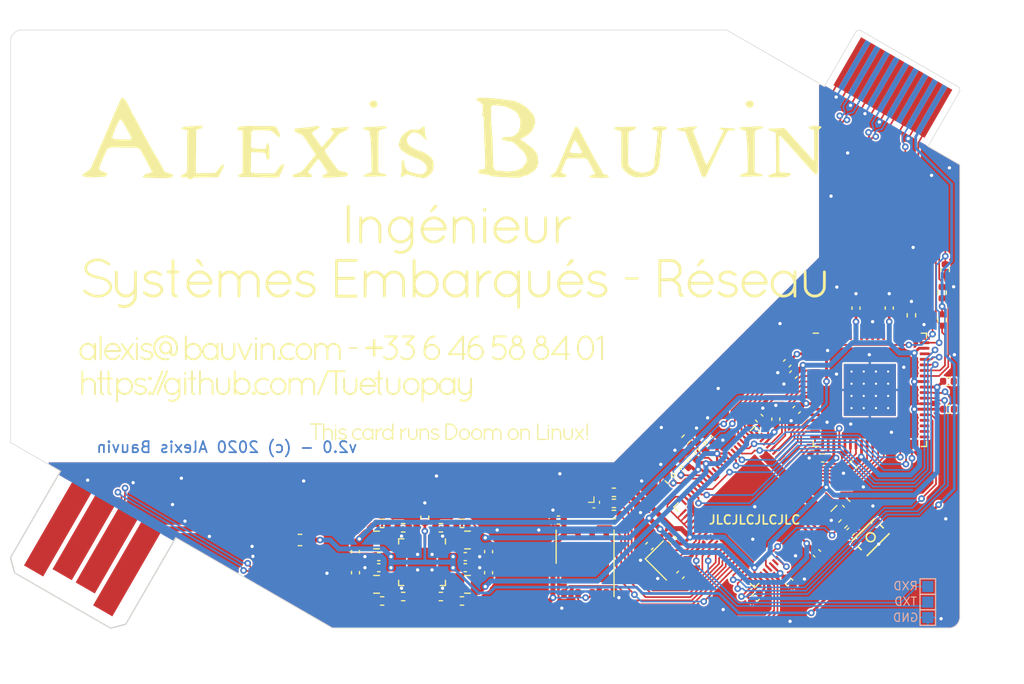
<source format=kicad_pcb>
(kicad_pcb (version 20241229) (generator "pcbnew") (generator_version "9.0")
  (layers (0 "F.Cu" signal) (2 "B.Cu" signal) (13 "F.Paste" user) (15 "B.Paste" user) (5 "F.SilkS" user) (7 "B.SilkS" user) (1 "F.Mask" user) (3 "B.Mask" user) (25 "Edge.Cuts" user))
  (net 0 "")
  (net 1 "Net-(U1A-HOSCO)")
  (net 2 "Net-(U1A-HOSCI)")
  (net 3 "Net-(D1-RK)")
  (net 4 "Net-(D1-BK)")
  (net 5 "Net-(D1-GK)")
  (net 6 "Net-(J2-VBUS)")
  (net 8 "Net-(U4-LX1)")
  (net 9 "Net-(U4-LX2)")
  (net 10 "Net-(U4-LX3)")
  (net 11 "Net-(U4-LX4)")
  (net 12 "Net-(U2-EXT_SWING)")
  (net 13 "Net-(U4-FB1)")
  (net 14 "Net-(U4-FB2)")
  (net 15 "/I2S_BCLK")
  (net 16 "/I2S_LRCK")
  (net 17 "Net-(U1B-SVREF)")
  (net 18 "/I2S_DO")
  (net 19 "/RXD")
  (net 20 "/TXD")
  (net 21 "Net-(U4-FB3)")
  (net 22 "Net-(U4-FB4)")
  (net 23 "/RGB_VSYNC")
  (net 24 "/RGB_HSYNC")
  (net 25 "/RGB_DE")
  (net 26 "/RGB_CLK")
  (net 27 "/RGB_D23")
  (net 28 "/RGB_D22")
  (net 29 "/RGB_D21")
  (net 30 "/RGB_D20")
  (net 31 "/RGB_D19")
  (net 32 "/RGB_D18")
  (net 33 "/RGB_D15")
  (net 34 "/RGB_D14")
  (net 35 "/RGB_D13")
  (net 36 "/RGB_D12")
  (net 37 "/RGB_D11")
  (net 38 "/RGB_D10")
  (net 39 "/RGB_D7")
  (net 40 "/RGB_D6")
  (net 41 "/RGB_D5")
  (net 42 "/RGB_D4")
  (net 43 "/RGB_D3")
  (net 44 "/RGB_D2")
  (net 48 "GND")
  (net 49 "+3V3")
  (net 50 "+1V2")
  (net 53 "/HDMI_HPD")
  (net 54 "+5V")
  (net 55 "/HDMI_SDA")
  (net 56 "/HDMI_SCL")
  (net 57 "/HDMI_CEC")
  (net 58 "/HDMI_CK_N")
  (net 59 "/HDMI_CK_P")
  (net 60 "/HDMI_D0_N")
  (net 61 "/HDMI_D0_P")
  (net 62 "/HDMI_D1_N")
  (net 63 "/HDMI_D1_P")
  (net 64 "/HDMI_D2_N")
  (net 65 "/HDMI_D2_P")
  (net 66 "/CPU_SDA")
  (net 67 "/CPU_SCL")
  (net 68 "/~{RESET}")
  (net 69 "/USB_DP")
  (net 70 "/SPI_MOSI")
  (net 71 "/SPI_MISO")
  (net 72 "/SPI_CS")
  (net 73 "/SPI_CLK")
  (net 74 "/HDMI_INT")
  (net 75 "+2V5")
  (net 86 "/LED_B")
  (net 87 "/LED_G")
  (net 88 "/LED_R")
  (net 95 "/USB_DN")
  (net 97 "+1V1")
  (net 98 "/HDMI_CDC")
  (net 99 "/HDMI_~{RST}")
  (footprint "hdmizness:QFN-88_EP_10x10_Pitch0.4mm" (layer "F.Cu") (at 152.682566 97.022759 -135)
    (property "Reference" "U1")
    (property "Value" "F1C100s")
  )
  (footprint "Capacitor_SMD:C_0402_1005Metric" (layer "F.Cu") (at 156.175 85.075 45)
    (property "Reference" "C2")
    (property "Value" "100n")
  )
  (footprint "Capacitor_SMD:C_0402_1005Metric" (layer "F.Cu") (at 156.475 88.25 45)
    (property "Reference" "C3")
    (property "Value" "100n")
  )
  (footprint "Capacitor_SMD:C_0402_1005Metric" (layer "F.Cu") (at 161.625 93.2 45)
    (property "Reference" "C4")
    (property "Value" "100n")
  )
  (footprint "Capacitor_SMD:C_0402_1005Metric" (layer "F.Cu") (at 170.175 88.2 180)
    (property "Reference" "C5")
    (property "Value" "100n")
  )
  (footprint "Capacitor_SMD:C_0402_1005Metric" (layer "F.Cu") (at 161.825 79.075 -90)
    (property "Reference" "C6")
    (property "Value" "100n")
  )
  (footprint "Capacitor_SMD:C_0402_1005Metric" (layer "F.Cu") (at 164.825 79.075 -90)
    (property "Reference" "C7")
    (property "Value" "100n")
  )
  (footprint "Capacitor_SMD:C_0402_1005Metric" (layer "F.Cu") (at 135 98.2 180)
    (property "Reference" "C8")
    (property "Value" "100n")
  )
  (footprint "Capacitor_SMD:C_0402_1005Metric" (layer "F.Cu") (at 143.2 100.55 -135)
    (property "Reference" "C10")
    (property "Value" "8p")
  )
  (footprint "Capacitor_SMD:C_0402_1005Metric" (layer "F.Cu") (at 122.95 97.95 90)
    (property "Reference" "C11")
    (property "Value" "100n")
  )
  (footprint "Resistor_SMD:R_0402_1005Metric" (layer "F.Cu") (at 145.7 93.8 135)
    (property "Reference" "R1")
    (property "Value" "10k")
  )
  (footprint "Resistor_SMD:R_0402_1005Metric" (layer "F.Cu") (at 145 94.5 135)
    (property "Reference" "R2")
    (property "Value" "10k")
  )
  (footprint "Resistor_SMD:R_0402_1005Metric" (layer "F.Cu") (at 169.59 77.68 -90)
    (property "Reference" "R6")
    (property "Value" "10k")
  )
  (footprint "Resistor_SMD:R_0402_1005Metric" (layer "F.Cu") (at 169.59 80.15 90)
    (property "Reference" "R7")
    (property "Value" "10k")
  )
  (footprint "Resistor_SMD:R_0402_1005Metric" (layer "F.Cu") (at 169.87 75.63 90)
    (property "Reference" "R10")
    (property "Value" "10k")
  )
  (footprint "Resistor_SMD:R_0402_1005Metric" (layer "F.Cu") (at 166.825 79.725 90)
    (property "Reference" "R11")
    (property "Value" "4k3")
  )
  (footprint "Resistor_SMD:R_0402_1005Metric" (layer "F.Cu") (at 160.65 98.55 45)
    (property "Reference" "R12")
    (property "Value" "10k")
  )
  (footprint "Resistor_SMD:R_0402_1005Metric" (layer "F.Cu") (at 119.1 105.5 180)
    (property "Reference" "R13")
    (property "Value" "450k")
  )
  (footprint "Package_SON:WSON-8-1EP_6x5mm_P1.27mm_EP3.4x4.3mm" (layer "F.Cu") (at 137.4 102.1 90)
    (property "Reference" "U3")
    (property "Value" "W25Q128JVPIQ")
  )
  (footprint "Capacitor_SMD:C_0402_1005Metric" (layer "F.Cu") (at 161.35 99.25 -135)
    (property "Reference" "C12")
    (property "Value" "100n")
  )
  (footprint "Capacitor_SMD:C_0402_1005Metric" (layer "F.Cu") (at 118.8 101.5 180)
    (property "Reference" "C13")
    (property "Value" "1u")
  )
  (footprint "Capacitor_SMD:C_0402_1005Metric" (layer "F.Cu") (at 116.7 102.95 -90)
    (property "Reference" "C14")
    (property "Value" "1u")
  )
  (footprint "Capacitor_SMD:C_0402_1005Metric" (layer "F.Cu") (at 153.1 89 135)
    (property "Reference" "C15")
    (property "Value" "100n")
  )
  (footprint "Capacitor_SMD:C_0402_1005Metric" (layer "F.Cu") (at 160.95 96.7 -45)
    (property "Reference" "C16")
    (property "Value" "100n")
  )
  (footprint "Capacitor_SMD:C_0402_1005Metric" (layer "F.Cu") (at 147.1 92.4 135)
    (property "Reference" "C17")
    (property "Value" "100n")
  )
  (footprint "Capacitor_SMD:C_0402_1005Metric" (layer "F.Cu") (at 154.6 89.1 90)
    (property "Reference" "C18")
    (property "Value" "100n")
  )
  (footprint "Capacitor_SMD:C_0402_1005Metric" (layer "F.Cu") (at 155.8 103.8 -45)
    (property "Reference" "C19")
    (property "Value" "100n")
  )
  (footprint "Capacitor_SMD:C_0402_1005Metric" (layer "F.Cu") (at 145.3 100 135)
    (property "Reference" "C20")
    (property "Value" "100n")
  )
  (footprint "Capacitor_SMD:C_0402_1005Metric" (layer "F.Cu") (at 118.8 102.5 180)
    (property "Reference" "C21")
    (property "Value" "1u")
  )
  (footprint "Capacitor_SMD:C_0402_1005Metric" (layer "F.Cu") (at 148.6 90.9 135)
    (property "Reference" "C22")
    (property "Value" "100n")
  )
  (footprint "Capacitor_SMD:C_0402_1005Metric" (layer "F.Cu") (at 152.775 105.175 -135)
    (property "Reference" "C23")
    (property "Value" "100n")
  )
  (footprint "Capacitor_SMD:C_0402_1005Metric" (layer "F.Cu") (at 116.7 101.05 90)
    (property "Reference" "C24")
    (property "Value" "1u")
  )
  (footprint "Capacitor_SMD:C_0402_1005Metric" (layer "F.Cu") (at 146.4 93.1 135)
    (property "Reference" "C25")
    (property "Value" "100n")
  )
  (footprint "Capacitor_SMD:C_0402_1005Metric" (layer "F.Cu") (at 158.3 101.2 -45)
    (property "Reference" "C26")
    (property "Value" "100n")
  )
  (footprint "Capacitor_SMD:C_0402_1005Metric" (layer "F.Cu") (at 126.6 101.5)
    (property "Reference" "C27")
    (property "Value" "1u")
  )
  (footprint "Capacitor_SMD:C_0402_1005Metric" (layer "F.Cu") (at 128.7 101.05 90)
    (property "Reference" "C28")
    (property "Value" "1u")
  )
  (footprint "Capacitor_SMD:C_0402_1005Metric" (layer "F.Cu") (at 126.6 102.5)
    (property "Reference" "C29")
    (property "Value" "1u")
  )
  (footprint "Capacitor_SMD:C_0402_1005Metric" (layer "F.Cu") (at 128.7 102.95 -90)
    (property "Reference" "C30")
    (property "Value" "1u")
  )
  (footprint "hdmizness:L_Vishay_IHHP-0806" (layer "F.Cu") (at 118.6 104 180)
    (property "Reference" "L1")
    (property "Value" "1u5")
  )
  (footprint "hdmizness:L_Vishay_IHHP-0806" (layer "F.Cu") (at 118.6 100 180)
    (property "Reference" "L2")
    (property "Value" "1u5")
  )
  (footprint "hdmizness:L_Vishay_IHHP-0806" (layer "F.Cu") (at 126.8 100)
    (property "Reference" "L3")
    (property "Value" "1u5")
  )
  (footprint "hdmizness:L_Vishay_IHHP-0806" (layer "F.Cu") (at 126.8 104)
    (property "Reference" "L4")
    (property "Value" "1u5")
  )
  (footprint "Resistor_SMD:R_0402_1005Metric" (layer "F.Cu") (at 121 105.1)
    (property "Reference" "R14")
    (property "Value" "100k")
  )
  (footprint "Resistor_SMD:R_0402_1005Metric" (layer "F.Cu") (at 119.1 98.5 180)
    (property "Reference" "R15")
    (property "Value" "100k")
  )
  (footprint "Resistor_SMD:R_0402_1005Metric" (layer "F.Cu") (at 121 98.9)
    (property "Reference" "R16")
    (property "Value" "100k")
  )
  (footprint "Resistor_SMD:R_0402_1005Metric" (layer "F.Cu") (at 147.9 91.6 -45)
    (property "Reference" "R17")
    (property "Value" "2k")
  )
  (footprint "Resistor_SMD:R_0402_1005Metric" (layer "F.Cu") (at 146.5 90.9 45)
    (property "Reference" "R18")
    (property "Value" "2k")
  )
  (footprint "Resistor_SMD:R_0402_1005Metric" (layer "F.Cu") (at 126.3 98.5)
    (property "Reference" "R19")
    (property "Value" "333k")
  )
  (footprint "Resistor_SMD:R_0402_1005Metric" (layer "F.Cu") (at 124.4 98.9 180)
    (property "Reference" "R20")
    (property "Value" "100k")
  )
  (footprint "Resistor_SMD:R_0402_1005Metric" (layer "F.Cu") (at 126.3 105.5)
    (property "Reference" "R21")
    (property "Value" "83k")
  )
  (footprint "Resistor_SMD:R_0402_1005Metric" (layer "F.Cu") (at 124.4 105.1 180)
    (property "Reference" "R22")
    (property "Value" "100k")
  )
  (footprint "Package_DFN_QFN:QFN-24-1EP_4x4mm_P0.5mm_EP2.6x2.6mm" (layer "F.Cu") (at 122.7 102 -90)
    (property "Reference" "U4")
    (property "Value" "EA3058")
  )
  (footprint "hdmizness:PLCC1010" (layer "F.Cu") (at 138.2 96.6 90)
    (property "Reference" "D1")
    (property "Value" "FC-B1010RGBT-HG")
  )
  (footprint "Fuse:Fuse_0603_1608Metric" (layer "F.Cu") (at 111.7 100 180)
    (property "Reference" "F1")
    (property "Value" "Fuse")
  )
  (footprint "hdmizness:USB_A_PCB" (layer "F.Cu") (at 90.29 105.46 150)
    (property "Reference" "J2")
    (property "Value" "USB_A_PCB")
    (fp_line (start 5.999999 1) (end 6 10) (stroke (width 0.12)) (layer "Edge.Cuts"))
    (fp_line (start 5 0) (end 5.999999 1) (stroke (width 0.12)) (layer "Edge.Cuts"))
    (fp_line (start -5 0) (end 5 0) (stroke (width 0.12)) (layer "Edge.Cuts"))
    (fp_line (start -5 0) (end -6 0.999999) (stroke (width 0.12)) (layer "Edge.Cuts"))
    (fp_line (start -6 0.999999) (end -6 10) (stroke (width 0.12)) (layer "Edge.Cuts"))
  )
  (footprint "Resistor_SMD:R_0402_1005Metric" (layer "F.Cu") (at 140 97.7)
    (property "Reference" "R5")
    (property "Value" "2k")
  )
  (footprint "Resistor_SMD:R_0402_1005Metric" (layer "F.Cu") (at 140 96.7)
    (property "Reference" "R8")
    (property "Value" "2k")
  )
  (footprint "Resistor_SMD:R_0402_1005Metric" (layer "F.Cu") (at 140 95.7)
    (property "Reference" "R9")
    (property "Value" "2k")
  )
  (footprint "hdmizness:1TS028A-2400-0603-CT" (layer "F.Cu") (at 163.15 99.75 45)
    (property "Reference" "SW1")
    (property "Value" "SW_Push")
  )
  (footprint "hdmizness:HDMI_A_PCB" (layer "F.Cu") (at 165.15 59.17 -30)
    (property "Reference" "J1")
    (property "Value" "HDMI_A_PCB")
    (fp_line (start -7 3) (end -5.4 3) (stroke (width 0.05)) (layer "Edge.Cuts"))
    (fp_line (start -5.4 3) (end -5.4 -2.75) (stroke (width 0.05)) (layer "Edge.Cuts"))
    (fp_line (start -5.15 -3) (end -5.4 -2.75) (stroke (width 0.05)) (layer "Edge.Cuts"))
    (fp_line (start -5.15 -3) (end 5.15 -3) (stroke (width 0.05)) (layer "Edge.Cuts"))
    (fp_line (start 5.4 3) (end 7 3) (stroke (width 0.05)) (layer "Edge.Cuts"))
    (fp_line (start 5.15 -3) (end 5.4 -2.75) (stroke (width 0.05)) (layer "Edge.Cuts"))
    (fp_line (start 5.4 -2.75) (end 5.4 3) (stroke (width 0.05)) (layer "Edge.Cuts"))
  )
  (footprint "Capacitor_SMD:C_0402_1005Metric" (layer "F.Cu") (at 146 103.15 45)
    (property "Reference" "C9")
    (property "Value" "8p")
  )
  (footprint "Crystal:Crystal_SMD_2016-4Pin_2.0x1.6mm" (layer "F.Cu") (at 144.6 101.85 -45)
    (property "Reference" "Y1")
    (property "Value" "24M")
  )
  (footprint "hdmizness:card_front" (layer "F.Cu") (at 124.6 78.1)
    (property "Reference" "Ref**" (hide yes))
    (property "Value" "Val**" (hide yes))
  )
  (footprint "Capacitor_SMD:C_0402_1005Metric" (layer "F.Cu") (at 155.625 84.05 45)
    (property "Reference" "C1")
    (property "Value" "100n")
  )
  (footprint "Capacitor_SMD:C_0402_1005Metric" (layer "F.Cu") (at 158.83 92.6)
    (property "Reference" "C31")
    (property "Value" "100n")
  )
  (footprint "Capacitor_SMD:C_0402_1005Metric" (layer "F.Cu") (at 170.16 85.68 180)
    (property "Reference" "C32")
    (property "Value" "100n")
  )
  (footprint "hdmizness:QFN-72-1EP_10x10mm_P0.5mm_EP4.7x4.7mm_ThermalVias" (layer "F.Cu") (at 163.075 86.45)
    (property "Reference" "U2")
    (property "Value" "SiI9022A")
  )
  (footprint "TestPoint:TestPoint_Pad_1.0x1.0mm" (layer "B.Cu") (at 168.3 104.2)
    (property "Reference" "TP1")
    (property "Value" "RXD")
  )
  (footprint "TestPoint:TestPoint_Pad_1.0x1.0mm" (layer "B.Cu") (at 168.3 105.6)
    (property "Reference" "TP2")
    (property "Value" "TXD")
  )
  (footprint "TestPoint:TestPoint_Pad_1.0x1.0mm" (layer "B.Cu") (at 168.3 107)
    (property "Reference" "TP3")
    (property "Value" "GND")
  )
  (gr_line (start 100.486152 99.799746) (end 114.620129 107.96) (stroke (width 0.05)) (layer "Edge.Cuts"))
  (gr_line (start 171.2 66.127071) (end 169.712178 65.268076) (stroke (width 0.05)) (layer "Edge.Cuts"))
  (gr_line (start 85.6 91.205222) (end 85.599999 54.98) (stroke (width 0.05)) (layer "Edge.Cuts"))
  (gr_line (start 171.2 66.127071) (end 171.2 106.96) (stroke (width 0.05)) (layer "Edge.Cuts"))
  (gr_line (start 170.2 107.96) (end 114.620129 107.96) (stroke (width 0.05)) (layer "Edge.Cuts"))
  (gr_line (start 150.160656 53.98) (end 157.587822 58.268076) (stroke (width 0.05)) (layer "Edge.Cuts"))
  (gr_arc (start 85.599999 54.98) (mid 85.892892 54.272893) (end 86.599999 53.98) (stroke (width 0.05)) (layer "Edge.Cuts"))
  (gr_arc (start 171.2 106.96) (mid 170.907107 107.667107) (end 170.2 107.96) (stroke (width 0.05)) (layer "Edge.Cuts"))
  (gr_line (start 85.6 91.205222) (end 90.093848 93.799746) (stroke (width 0.05)) (layer "Edge.Cuts"))
  (gr_line (start 86.599999 53.98) (end 150.160656 53.98) (stroke (width 0.05)) (layer "Edge.Cuts"))
  (gr_text "le" (at 101.825 91.625 0) (layer "B.Cu") (effects (font (size 1 1)) (justify mirror)))
  (gr_text "xis" (at 100.1 91.625 0) (layer "B.Cu") (effects (font (size 1 1)) (justify mirror)))
  (gr_text "Ba" (at 97.325 91.625 0) (layer "B.Cu") (effects (font (size 1 1)) (justify mirror)))
  (gr_text "u" (at 95.925 91.625 0) (layer "B.Cu") (effects (font (size 1 1)) (justify mirror)))
  (gr_text "vi" (at 94.85 91.625 0) (layer "B.Cu") (effects (font (size 1 1)) (justify mirror)))
  (gr_text "n" (at 93.8 91.625 0) (layer "B.Cu") (effects (font (size 1 1)) (justify mirror)))
  (gr_text "A" (at 102.95 91.625 0) (layer "B.Cu") (effects (font (size 1 1)) (justify mirror)))
  (gr_text "v2.0 - (c) 2020" (at 104.075 91.625 0) (layer "B.Cu") (effects (font (size 1 1)) (justify right mirror)))
  (gr_text "JLCJLCJLCJLC" (at 152.68 98.18 0) (layer "F.SilkS") (effects (font (size 0.8 0.8))))
  (segment (start 145.483883 101.956066) (end 145.484888 101.956066) (width 0.15) (layer "F.Cu") (net 1))
  (segment (start 145.484888 101.956066) (end 146.339411 102.810589) (width 0.15) (layer "F.Cu") (net 1))
  (segment (start 145.9 101.539949) (end 145.483883 101.956066) (width 0.15) (layer "F.Cu") (net 1))
  (segment (start 147 100.9) (end 146.988939 100.9) (width 0.15) (layer "F.Cu") (net 1))
  (segment (start 146.665305 101.223634) (end 146.216315 101.223634) (width 0.15) (layer "F.Cu") (net 1))
  (segment (start 148.263149 99.462277) (end 147.7 100.025426) (width 0.15) (layer "F.Cu") (net 1))
  (segment (start 146.216315 101.223634) (end 145.9 101.539949) (width 0.15) (layer "F.Cu") (net 1))
  (segment (start 146.988939 100.9) (end 146.665305 101.223634) (width 0.15) (layer "F.Cu") (net 1))
  (segment (start 147.7 100.025426) (end 147.7 100.2) (width 0.15) (layer "F.Cu") (net 1))
  (segment (start 147.7 100.2) (end 147 100.9) (width 0.15) (layer "F.Cu") (net 1))
  (segment (start 142.860589 100.889411) (end 142.861594 100.889411) (width 0.15) (layer "F.Cu") (net 2))
  (segment (start 142.861594 100.889411) (end 143.716117 101.743934) (width 0.15) (layer "F.Cu") (net 2))
  (segment (start 143.716117 101.743934) (end 143.764351 101.792168) (width 0.15) (layer "F.Cu") (net 2))
  (segment (start 147.4 100.064661) (end 147.4 99.759741) (width 0.15) (layer "F.Cu") (net 2))
  (segment (start 145.561715 100.923624) (end 146.541037 100.923624) (width 0.15) (layer "F.Cu") (net 2))
  (segment (start 143.764351 101.792168) (end 144.693171 101.792168) (width 0.15) (layer "F.Cu") (net 2))
  (segment (start 144.693171 101.792168) (end 145.561715 100.923624) (width 0.15) (layer "F.Cu") (net 2))
  (segment (start 146.541037 100.923624) (end 147.4 100.064661) (width 0.15) (layer "F.Cu") (net 2))
  (segment (start 147.4 99.759741) (end 147.980306 99.179435) (width 0.15) (layer "F.Cu") (net 2))
  (segment (start 138.585 96.215) (end 138.975 96.215) (width 0.15) (layer "F.Cu") (net 3))
  (segment (start 138.975 96.215) (end 139.49 95.7) (width 0.15) (layer "F.Cu") (net 3))
  (segment (start 138.155 97.7) (end 139.49 97.7) (width 0.15) (layer "F.Cu") (net 4))
  (segment (start 137.815 97.36) (end 138.155 97.7) (width 0.15) (layer "F.Cu") (net 4))
  (segment (start 137.815 96.985) (end 137.815 97.36) (width 0.15) (layer "F.Cu") (net 4))
  (segment (start 138.865 96.985) (end 139.15 96.7) (width 0.15) (layer "F.Cu") (net 5))
  (segment (start 139.15 96.7) (end 139.49 96.7) (width 0.15) (layer "F.Cu") (net 5))
  (segment (start 138.585 96.985) (end 138.865 96.985) (width 0.15) (layer "F.Cu") (net 5))
  (segment (start 96.157691 102.39586) (end 98 100.553551) (width 0.45) (layer "F.Cu") (net 6))
  (segment (start 99 99) (end 108 99) (width 0.45) (layer "F.Cu") (net 6))
  (segment (start 108 99) (end 109 100) (width 0.45) (layer "F.Cu") (net 6))
  (segment (start 98 100) (end 99 99) (width 0.45) (layer "F.Cu") (net 6))
  (segment (start 96.157691 102.49686) (end 96.157691 102.39586) (width 0.45) (layer "F.Cu") (net 6))
  (segment (start 98 100.553551) (end 98 100) (width 0.45) (layer "F.Cu") (net 6))
  (segment (start 109 100) (end 110.9125 100) (width 0.45) (layer "F.Cu") (net 6))
  (segment (start 166.825 80.235) (end 166.825 81.5125) (width 0.15) (layer "F.Cu") (net 12))
  (segment (start 120.205878 105.64501) (end 120.96499 105.64501) (width 0.15) (layer "F.Cu") (net 13))
  (segment (start 121.51 105.1) (end 121.95 104.66) (width 0.15) (layer "F.Cu") (net 13))
  (segment (start 119.61 105.5) (end 120.060868 105.5) (width 0.15) (layer "F.Cu") (net 13))
  (segment (start 121.95 104.66) (end 121.95 103.9375) (width 0.15) (layer "F.Cu") (net 13))
  (segment (start 120.060868 105.5) (end 120.205878 105.64501) (width 0.15) (layer "F.Cu") (net 13))
  (segment (start 120.96499 105.64501) (end 121.51 105.1) (width 0.15) (layer "F.Cu") (net 13))
  (segment (start 120.96499 98.35499) (end 121.51 98.9) (width 0.15) (layer "F.Cu") (net 14))
  (segment (start 119.61 98.5) (end 120.060868 98.5) (width 0.15) (layer "F.Cu") (net 14))
  (segment (start 121.95 99.34) (end 121.95 100.0625) (width 0.15) (layer "F.Cu") (net 14))
  (segment (start 121.51 98.9) (end 121.95 99.34) (width 0.15) (layer "F.Cu") (net 14))
  (segment (start 120.205878 98.35499) (end 120.96499 98.35499) (width 0.15) (layer "F.Cu") (net 14))
  (segment (start 120.060868 98.5) (end 120.205878 98.35499) (width 0.15) (layer "F.Cu") (net 14))
  (segment (start 168.77 86.7) (end 168.0125 86.7) (width 0.15) (layer "F.Cu") (net 15))
  (segment (start 152.475 104.125) (end 151.5 105.1) (width 0.15) (layer "F.Cu") (net 15))
  (segment (start 169.86 86.62) (end 169.744999 86.735001) (width 0.15) (layer "F.Cu") (net 15))
  (segment (start 152.475 103.674128) (end 152.475 104.125) (width 0.15) (layer "F.Cu") (net 15))
  (segment (start 169.744999 86.735001) (end 168.805001 86.735001) (width 0.15) (layer "F.Cu") (net 15))
  (segment (start 152.222947 103.422075) (end 152.475 103.674128) (width 0.15) (layer "F.Cu") (net 15))
  (segment (start 168.805001 86.735001) (end 168.77 86.7) (width 0.15) (layer "F.Cu") (net 15))
  (via (at 151.5 105.1) (size 0.6) (drill 0.3) (layers "F.Cu" "B.Cu") (net 15))
  (via (at 169.86 86.62) (size 0.6) (drill 0.3) (layers "F.Cu" "B.Cu") (net 15))
  (segment (start 170.11501 95.079268) (end 170.11501 87.97499) (width 0.15) (layer "B.Cu") (net 15))
  (segment (start 164.615538 97.710021) (end 167.484258 97.71002) (width 0.15) (layer "B.Cu") (net 15))
  (segment (start 157.450529 104.87503) (end 164.615538 97.710021) (width 0.15) (layer "B.Cu") (net 15))
  (segment (start 170.11501 87.97499) (end 170.340001 87.749999) (width 0.15) (layer "B.Cu") (net 15))
  (segment (start 154.46 104.87503) (end 157.450529 104.87503) (width 0.15) (layer "B.Cu") (net 15))
  (segment (start 170.340001 87.100001) (end 169.86 86.62) (width 0.15) (layer "B.Cu") (net 15))
  (segment (start 151.5 105.1) (end 152.02 105.1) (width 0.15) (layer "B.Cu") (net 15))
  (segment (start 152.24497 104.87503) (end 154.46 104.87503) (width 0.15) (layer "B.Cu") (net 15))
  (segment (start 167.484258 97.71002) (end 170.11501 95.079268) (width 0.15) (layer "B.Cu") (net 15))
  (segment (start 170.340001 87.749999) (end 170.340001 87.100001) (width 0.15) (layer "B.Cu") (net 15))
  (segment (start 152.02 105.1) (end 152.24497 104.87503) (width 0.15) (layer "B.Cu") (net 15))
  (segment (start 151.940104 103.139233) (end 151.16 103.919337) (width 0.15) (layer "F.Cu") (net 16))
  (segment (start 169.12 87.2) (end 168.0125 87.2) (width 0.15) (layer "F.Cu") (net 16))
  (segment (start 169.815 87.4) (end 169.32 87.4) (width 0.15) (layer "F.Cu") (net 16))
  (segment (start 169.32 87.4) (end 169.12 87.2) (width 0.15) (layer "F.Cu") (net 16))
  (segment (start 151.16 103.919337) (end 151.16 104.39) (width 0.15) (layer "F.Cu") (net 16))
  (via (at 169.815 87.4) (size 0.6) (drill 0.3) (layers "F.Cu" "B.Cu") (net 16))
  (via (at 151.16 104.39) (size 0.6) (drill 0.3) (layers "F.Cu" "B.Cu") (net 16))
  (segment (start 151.16 104.39) (end 151.629311 104.39) (width 0.15) (layer "B.Cu") (net 16))
  (segment (start 169.815 94.955) (end 169.815 88.605) (width 0.15) (layer "B.Cu") (net 16))
  (segment (start 169.815 88.605) (end 169.815 87.4) (width 0.15) (layer "B.Cu") (net 16))
  (segment (start 151.814332 104.575021) (end 157.32626 104.575021) (width 0.15) (layer "B.Cu") (net 16))
  (segment (start 151.629311 104.39) (end 151.814332 104.575021) (width 0.15) (layer "B.Cu") (net 16))
  (segment (start 167.359989 97.410011) (end 169.815 94.955) (width 0.15) (layer "B.Cu") (net 16))
  (segment (start 157.32626 104.575021) (end 164.49127 97.410011) (width 0.15) (layer "B.Cu") (net 16))
  (segment (start 164.49127 97.410011) (end 167.359989 97.410011) (width 0.15) (layer "B.Cu") (net 16))
  (segment (start 148.52803 92.585381) (end 149.394519 93.45187) (width 0.15) (layer "F.Cu") (net 17))
  (segment (start 146.860624 90.539376) (end 146.860624 90.560624) (width 0.15) (layer "F.Cu") (net 17))
  (segment (start 148.114619 92.585381) (end 148.52803 92.585381) (width 0.15) (layer "F.Cu") (net 17))
  (segment (start 146.860624 90.560624) (end 147.539376 91.239376) (width 0.15) (layer "F.Cu") (net 17))
  (segment (start 147.539376 92.010138) (end 148.114619 92.585381) (width 0.15) (layer "F.Cu") (net 17))
  (segment (start 147.539376 91.239376) (end 147.539376 92.010138) (width 0.15) (layer "F.Cu") (net 17))
  (segment (start 168.62 88.7) (end 169.04 89.12) (width 0.15) (layer "F.Cu") (net 18))
  (segment (start 168.0125 88.7) (end 168.62 88.7) (width 0.15) (layer "F.Cu") (net 18))
  (segment (start 150.753924 103.194041) (end 150.753924 103.586564) (width 0.15) (layer "F.Cu") (net 18))
  (segment (start 169.04 94.97) (end 167.74 96.27) (width 0.15) (layer "F.Cu") (net 18))
  (segment (start 151.374418 102.573547) (end 150.753924 103.194041) (width 0.15) (layer "F.Cu") (net 18))
  (segment (start 169.04 89.12) (end 169.04 94.97) (width 0.15) (layer "F.Cu") (net 18))
  (via (at 150.753924 103.586564) (size 0.6) (drill 0.3) (layers "F.Cu" "B.Cu") (net 18))
  (via (at 167.74 96.27) (size 0.6) (drill 0.3) (layers "F.Cu" "B.Cu") (net 18))
  (segment (start 150.753924 103.586564) (end 151.250154 103.586564) (width 0.15) (layer "B.Cu") (net 18))
  (segment (start 164.367002 97.11) (end 166.9 97.11) (width 0.15) (layer "B.Cu") (net 18))
  (segment (start 157.201992 104.27501) (end 164.367002 97.11) (width 0.15) (layer "B.Cu") (net 18))
  (segment (start 151.250154 103.586564) (end 151.9386 104.27501) (width 0.15) (layer "B.Cu") (net 18))
  (segment (start 151.9386 104.27501) (end 157.201992 104.27501) (width 0.15) (layer "B.Cu") (net 18))
  (segment (start 166.9 97.11) (end 167.74 96.27) (width 0.15) (layer "B.Cu") (net 18))
  (segment (start 148.500012 101.488155) (end 148.500012 101.875) (width 0.15) (layer "F.Cu") (net 19))
  (segment (start 149.394519 100.593648) (end 148.500012 101.488155) (width 0.15) (layer "F.Cu") (net 19))
  (via (at 148.500012 101.875) (size 0.6) (drill 0.3) (layers "F.Cu" "B.Cu") (net 19))
  (segment (start 148.500012 102.920012) (end 148.500012 101.875) (width 0.15) (layer "B.Cu") (net 19))
  (segment (start 167.325 104.2) (end 165.875011 105.649989) (width 0.15) (layer "B.Cu") (net 19))
  (segment (start 151.229989 105.649989) (end 148.500012 102.920012) (width 0.15) (layer "B.Cu") (net 19))
  (segment (start 165.875011 105.649989) (end 151.229989 105.649989) (width 0.15) (layer "B.Cu") (net 19))
  (segment (start 168.3 104.2) (end 167.325 104.2) (width 0.15) (layer "B.Cu") (net 19))
  (segment (start 147.425 101.431797) (end 147.425 101.875) (width 0.15) (layer "F.Cu") (net 20))
  (segment (start 148.828834 100.027963) (end 147.425 101.431797) (width 0.15) (layer "F.Cu") (net 20))
  (via (at 147.425 101.875) (size 0.6) (drill 0.3) (layers "F.Cu" "B.Cu") (net 20))
  (segment (start 151.105721 105.95) (end 147.425 102.269279) (width 0.15) (layer "B.Cu") (net 20))
  (segment (start 168.3 105.6) (end 167.95 105.95) (width 0.15) (layer "B.Cu") (net 20))
  (segment (start 167.95 105.95) (end 151.105721 105.95) (width 0.15) (layer "B.Cu") (net 20))
  (segment (start 147.425 102.269279) (end 147.425 101.875) (width 0.15) (layer "B.Cu") (net 20))
  (segment (start 125.79 98.5) (end 125.339132 98.5) (width 0.15) (layer "F.Cu") (net 21))
  (segment (start 124.43501 98.35499) (end 123.89 98.9) (width 0.15) (layer "F.Cu") (net 21))
  (segment (start 123.45 99.34) (end 123.45 100.0625) (width 0.15) (layer "F.Cu") (net 21))
  (segment (start 125.194122 98.35499) (end 124.43501 98.35499) (width 0.15) (layer "F.Cu") (net 21))
  (segment (start 125.339132 98.5) (end 125.194122 98.35499) (width 0.15) (layer "F.Cu") (net 21))
  (segment (start 123.89 98.9) (end 123.45 99.34) (width 0.15) (layer "F.Cu") (net 21))
  (segment (start 122.75 105.1) (end 122.45 104.8) (width 0.15) (layer "F.Cu") (net 22))
  (segment (start 124.43501 105.64501) (end 123.89 105.1) (width 0.15) (layer "F.Cu") (net 22))
  (segment (start 125.339132 105.5) (end 125.194122 105.64501) (width 0.15) (layer "F.Cu") (net 22))
  (segment (start 123.89 105.1) (end 122.75 105.1) (width 0.15) (layer "F.Cu") (net 22))
  (segment (start 125.194122 105.64501) (end 124.43501 105.64501) (width 0.15) (layer "F.Cu") (net 22))
  (segment (start 122.45 104.8) (end 122.45 103.9375) (width 0.15) (layer "F.Cu") (net 22))
  (segment (start 125.79 105.5) (end 125.339132 105.5) (width 0.15) (layer "F.Cu") (net 22))
  (segment (start 166.825 92.175) (end 166.825 91.3875) (width 0.15) (layer "F.Cu") (net 23))
  (segment (start 166.875001 92.619669) (end 166.875001 92.225001) (width 0.15) (layer "F.Cu") (net 23))
  (segment (start 166.875001 92.225001) (end 166.825 92.175) (width 0.15) (layer "F.Cu") (net 23))
  (segment (start 151.010051 92.80466) (end 151.010051 93.292976) (width 0.15) (layer "F.Cu") (net 23))
  (segment (start 150.52589 92.320499) (end 151.010051 92.80466) (width 0.15) (layer "F.Cu") (net 23))
  (via (at 166.875001 92.619669) (size 0.6) (drill 0.3) (layers "F.Cu" "B.Cu") (net 23))
  (via (at 151.010051 93.292976) (size 0.6) (drill 0.3) (layers "F.Cu" "B.Cu") (net 23))
  (segment (start 166.875001 93.377001) (end 166.875001 92.619669) (width 0.15) (layer "B.Cu") (net 23))
  (segment (start 154.335587 93.292976) (end 156.45853 91.170033) (width 0.15) (layer "B.Cu") (net 23))
  (segment (start 166.577001 93.675001) (end 166.875001 93.377001) (width 0.15) (layer "B.Cu") (net 23))
  (segment (start 164.306445 93.675001) (end 166.577001 93.675001) (width 0.15) (layer "B.Cu") (net 23))
  (segment (start 161.801477 91.170033) (end 164.306445 93.675001) (width 0.15) (layer "B.Cu") (net 23))
  (segment (start 156.45853 91.170033) (end 161.801477 91.170033) (width 0.15) (layer "B.Cu") (net 23))
  (segment (start 151.010051 93.292976) (end 154.335587 93.292976) (width 0.15) (layer "B.Cu") (net 23))
  (segment (start 150.815393 92.037656) (end 151.540382 92.762645) (width 0.15) (layer "F.Cu") (net 24))
  (segment (start 150.808733 92.037656) (end 150.815393 92.037656) (width 0.15) (layer "F.Cu") (net 24))
  (segment (start 166.325 93.15) (end 166.325 92.802002) (width 0.15) (layer "F.Cu") (net 24))
  (segment (start 166.350001 91.412501) (end 166.325 91.3875) (width 0.15) (layer "F.Cu") (net 24))
  (segment (start 166.350001 92.777001) (end 166.350001 91.412501) (width 0.15) (layer "F.Cu") (net 24))
  (segment (start 166.325 92.802002) (end 166.350001 92.777001) (width 0.15) (layer "F.Cu") (net 24))
  (via (at 151.540382 92.762645) (size 0.6) (drill 0.3) (layers "F.Cu" "B.Cu") (net 24))
  (via (at 166.325 93.15) (size 0.6) (drill 0.3) (layers "F.Cu" "B.Cu") (net 24))
  (segment (start 151.540382 92.762645) (end 154.441639 92.762645) (width 0.15) (layer "B.Cu") (net 24))
  (segment (start 161.925744 90.870022) (end 164.205722 93.15) (width 0.15) (layer "B.Cu") (net 24))
  (segment (start 164.205722 93.15) (end 166.325 93.15) (width 0.15) (layer "B.Cu") (net 24))
  (segment (start 154.441639 92.762645) (end 156.334262 90.870022) (width 0.15) (layer "B.Cu") (net 24))
  (segment (start 156.334262 90.870022) (end 161.925744 90.870022) (width 0.15) (layer "B.Cu") (net 24))
  (segment (start 152.421212 92.199999) (end 152.701211 91.92) (width 0.15) (layer "F.Cu") (net 25))
  (segment (start 152.701211 91.92) (end 153.14 91.92) (width 0.15) (layer "F.Cu") (net 25))
  (segment (start 151.091576 91.754813) (end 151.536762 92.199999) (width 0.15) (layer "F.Cu") (net 25))
  (segment (start 165.825 92.525) (end 165.825 91.3875) (width 0.15) (layer "F.Cu") (net 25))
  (segment (start 151.536762 92.199999) (end 152.421212 92.199999) (width 0.15) (layer "F.Cu") (net 25))
  (via (at 153.14 91.92) (size 0.6) (drill 0.3) (layers "F.Cu" "B.Cu") (net 25))
  (via (at 165.825 92.525) (size 0.6) (drill 0.3) (layers "F.Cu" "B.Cu") (net 25))
  (segment (start 162.050011 90.570011) (end 164.005 92.525) (width 0.15) (layer "B.Cu") (net 25))
  (segment (start 164.005 92.525) (end 165.825 92.525) (width 0.15) (layer "B.Cu") (net 25))
  (segment (start 156.209994 90.570011) (end 162.050011 90.570011) (width 0.15) (layer "B.Cu") (net 25))
  (segment (start 153.14 91.92) (end 154.860005 91.92) (width 0.15) (layer "B.Cu") (net 25))
  (segment (start 154.860005 91.92) (end 156.209994 90.570011) (width 0.15) (layer "B.Cu") (net 25))
  (segment (start 151.374418 91.471971) (end 151.634783 91.732336) (width 0.15) (layer "F.Cu") (net 26))
  (segment (start 151.634783 91.732336) (end 152.177664 91.732336) (width 0.15) (layer "F.Cu") (net 26))
  (segment (start 152.177664 91.732336) (end 152.65 91.26) (width 0.15) (layer "F.Cu") (net 26))
  (segment (start 160.325 89.935) (end 160.32 89.93) (width 0.15) (layer "F.Cu") (net 26))
  (segment (start 160.325 91.3875) (end 160.325 89.935) (width 0.15) (layer "F.Cu") (net 26))
  (via (at 152.642207 91.320723) (size 0.6) (drill 0.3) (layers "F.Cu" "B.Cu") (net 26))
  (via (at 160.32 89.93) (size 0.6) (drill 0.3) (layers "F.Cu" "B.Cu") (net 26))
  (segment (start 155.48 90.27) (end 159.98 90.27) (width 0.15) (layer "B.Cu") (net 26))
  (segment (start 154.429277 91.320723) (end 155.48 90.27) (width 0.15) (layer "B.Cu") (net 26))
  (segment (start 152.642207 91.320723) (end 154.429277 91.320723) (width 0.15) (layer "B.Cu") (net 26))
  (segment (start 159.98 90.27) (end 160.32 89.93) (width 0.15) (layer "B.Cu") (net 26))
  (segment (start 153.749441 86.025) (end 154.46838 86.025) (width 0.15) (layer "F.Cu") (net 27))
  (segment (start 154.46838 86.025) (end 156.79338 83.7) (width 0.15) (layer "F.Cu") (net 27))
  (segment (start 156.79338 83.7) (end 158.1375 83.7) (width 0.15) (layer "F.Cu") (net 27))
  (segment (start 151.199978 90.731845) (end 151.199978 88.574463) (width 0.15) (layer "F.Cu") (net 27))
  (segment (start 151.199978 88.574463) (end 153.749441 86.025) (width 0.15) (layer "F.Cu") (net 27))
  (segment (start 151.657261 91.189128) (end 151.199978 90.731845) (width 0.15) (layer "F.Cu") (net 27))
  (segment (start 151.499989 90.46617) (end 151.499989 88.69873) (width 0.15) (layer "F.Cu") (net 28))
  (segment (start 153.49874 86.69998) (end 155.352907 86.69998) (width 0.15) (layer "F.Cu") (net 28))
  (segment (start 151.499989 88.69873) (end 151.499991 88.698729) (width 0.15) (layer "F.Cu") (net 28))
  (segment (start 151.940104 90.906285) (end 151.499989 90.46617) (width 0.15) (layer "F.Cu") (net 28))
  (segment (start 157.352887 84.7) (end 158.1375 84.7) (width 0.15) (layer "F.Cu") (net 28))
  (segment (start 155.352907 86.69998) (end 157.352887 84.7) (width 0.15) (layer "F.Cu") (net 28))
  (segment (start 151.499989 88.69873) (end 153.49874 86.69998) (width 0.15) (layer "F.Cu") (net 28))
  (segment (start 153.623008 86.99999) (end 155.477175 86.99999) (width 0.15) (layer "F.Cu") (net 29))
  (segment (start 151.8 88.822998) (end 153.623008 86.99999) (width 0.15) (layer "F.Cu") (net 29))
  (segment (start 151.8 90.200496) (end 151.8 88.822998) (width 0.15) (layer "F.Cu") (net 29))
  (segment (start 155.477175 86.99999) (end 157.277165 85.2) (width 0.15) (layer "F.Cu") (net 29))
  (segment (start 152.222947 90.623443) (end 151.8 90.200496) (width 0.15) (layer "F.Cu") (net 29))
  (segment (start 157.277165 85.2) (end 158.1375 85.2) (width 0.15) (layer "F.Cu") (net 29))
  (segment (start 153.9 90.006204) (end 154.06499 89.841214) (width 0.15) (layer "F.Cu") (net 30))
  (segment (start 154.06499 87.608008) (end 154.372998 87.3) (width 0.15) (layer "F.Cu") (net 30))
  (segment (start 153.425028 90.906285) (end 153.9 90.431313) (width 0.15) (layer "F.Cu") (net 30))
  (segment (start 155.601443 87.3) (end 157.201443 85.7) (width 0.15) (layer "F.Cu") (net 30))
  (segment (start 154.06499 89.841214) (end 154.06499 87.608008) (width 0.15) (layer "F.Cu") (net 30))
  (segment (start 157.201443 85.7) (end 158.1375 85.7) (width 0.15) (layer "F.Cu") (net 30))
  (segment (start 153.9 90.431313) (end 153.9 90.006204) (width 0.15) (layer "F.Cu") (net 30))
  (segment (start 154.372998 87.3) (end 155.601443 87.3) (width 0.15) (layer "F.Cu") (net 30))
  (segment (start 153.990714 91.471971) (end 155.149989 90.312696) (width 0.15) (layer "F.Cu") (net 31))
  (segment (start 157.125721 86.2) (end 158.1375 86.2) (width 0.15) (layer "F.Cu") (net 31))
  (segment (start 155.149989 90.312696) (end 155.149989 88.175732) (width 0.15) (layer "F.Cu") (net 31))
  (segment (start 155.149989 88.175732) (end 157.125721 86.2) (width 0.15) (layer "F.Cu") (net 31))
  (segment (start 155.45 90.578369) (end 155.45 88.3) (width 0.15) (layer "F.Cu") (net 32))
  (segment (start 157.05 86.7) (end 158.1375 86.7) (width 0.15) (layer "F.Cu") (net 32))
  (segment (start 155.45 88.3) (end 157.05 86.7) (width 0.15) (layer "F.Cu") (net 32))
  (segment (start 154.273556 91.754813) (end 155.45 90.578369) (width 0.15) (layer "F.Cu") (net 32))
  (segment (start 157.552166 88.7) (end 158.1375 88.7) (width 0.15) (layer "F.Cu") (net 33))
  (segment (start 154.556399 92.037656) (end 155.97497 90.619085) (width 0.15) (layer "F.Cu") (net 33))
  (segment (start 155.97497 90.619085) (end 155.974972 90.277194) (width 0.15) (layer "F.Cu") (net 33))
  (segment (start 155.974972 90.277194) (end 157.552166 88.7) (width 0.15) (layer "F.Cu") (net 33))
  (segment (start 156.274981 90.401463) (end 157.476444 89.2) (width 0.15) (layer "F.Cu") (net 34))
  (segment (start 157.476444 89.2) (end 158.1375 89.2) (width 0.15) (layer "F.Cu") (net 34))
  (segment (start 154.839242 92.320499) (end 156.27498 90.884761) (width 0.15) (layer "F.Cu") (net 34))
  (segment (start 156.27498 90.884761) (end 156.274981 90.401463) (width 0.15) (layer "F.Cu") (net 34))
  (segment (start 157.400722 89.7) (end 158.1375 89.7) (width 0.15) (layer "F.Cu") (net 35))
  (segment (start 156.57499 91.150436) (end 156.57499 90.525732) (width 0.15) (layer "F.Cu") (net 35))
  (segment (start 155.122084 92.603342) (end 156.57499 91.150436) (width 0.15) (layer "F.Cu") (net 35))
  (segment (start 156.57499 90.525732) (end 157.400722 89.7) (width 0.15) (layer "F.Cu") (net 35))
  (segment (start 156.875 90.65) (end 157.325 90.2) (width 0.15) (layer "F.Cu") (net 36))
  (segment (start 156.875 91.416111) (end 156.875 90.65) (width 0.15) (layer "F.Cu") (net 36))
  (segment (start 155.404927 92.886184) (end 156.875 91.416111) (width 0.15) (layer "F.Cu") (net 36))
  (segment (start 157.325 90.2) (end 158.1375 90.2) (width 0.15) (layer "F.Cu") (net 36))
  (segment (start 155.68777 93.169027) (end 157.456797 91.4) (width 0.15) (layer "F.Cu") (net 37))
  (segment (start 157.456797 91.4) (end 157.85 91.4) (width 0.15) (layer "F.Cu") (net 37))
  (segment (start 157.85 91.4) (end 158.1375 91.1125) (width 0.15) (layer "F.Cu") (net 37))
  (segment (start 158.1375 91.1125) (end 158.1375 90.7) (width 0.15) (layer "F.Cu") (net 37))
  (segment (start 155.970613 93.45187) (end 155.970613 93.345818) (width 0.15) (layer "F.Cu") (net 38))
  (segment (start 158.286778 91.3875) (end 158.825 91.3875) (width 0.15) (layer "F.Cu") (net 38))
  (segment (start 157.616421 91.70001) (end 157.974268 91.70001) (width 0.15) (layer "F.Cu") (net 38))
  (segment (start 155.970613 93.345818) (end 157.616421 91.70001) (width 0.15) (layer "F.Cu") (net 38))
  (segment (start 157.974268 91.70001) (end 158.286778 91.3875) (width 0.15) (layer "F.Cu") (net 38))
  (segment (start 156.253455 93.734712) (end 156.853157 93.13501) (width 0.15) (layer "F.Cu") (net 39))
  (segment (start 161.325 92.3) (end 161.325 91.3875) (width 0.15) (layer "F.Cu") (net 39))
  (segment (start 156.853157 93.13501) (end 160.48999 93.13501) (width 0.15) (layer "F.Cu") (net 39))
  (segment (start 160.48999 93.13501) (end 161.325 92.3) (width 0.15) (layer "F.Cu") (net 39))
  (segment (start 156.536298 94.017555) (end 157.118833 93.43502) (width 0.15) (layer "F.Cu") (net 40))
  (segment (start 157.118833 93.43502) (end 160.614259 93.435019) (width 0.15) (layer "F.Cu") (net 40))
  (segment (start 161.825 92.224278) (end 161.825 91.3875) (width 0.15) (layer "F.Cu") (net 40))
  (segment (start 160.614259 93.435019) (end 161.825 92.224278) (width 0.15) (layer "F.Cu") (net 40))
  (segment (start 157.384511 93.735028) (end 159.683026 93.735028) (width 0.15) (layer "F.Cu") (net 41))
  (segment (start 159.683026 93.735028) (end 160.447999 94.500001) (width 0.15) (layer "F.Cu") (net 41))
  (segment (start 156.819141 94.300398) (end 157.384511 93.735028) (width 0.15) (layer "F.Cu") (net 41))
  (segment (start 160.447999 94.500001) (end 161.081619 94.500001) (width 0.15) (layer "F.Cu") (net 41))
  (segment (start 162.825 92.75662) (end 162.825 91.3875) (width 0.15) (layer "F.Cu") (net 41))
  (segment (start 161.081619 94.500001) (end 162.825 92.75662) (width 0.15) (layer "F.Cu") (net 41))
  (segment (start 157.650186 94.035038) (end 159.558758 94.035038) (width 0.15) (layer "F.Cu") (net 42))
  (segment (start 160.323731 94.800011) (end 161.205888 94.80001) (width 0.15) (layer "F.Cu") (net 42))
  (segment (start 163.325 92.680898) (end 163.325 91.3875) (width 0.15) (layer "F.Cu") (net 42))
  (segment (start 161.205888 94.80001) (end 163.325 92.680898) (width 0.15) (layer "F.Cu") (net 42))
  (segment (start 159.558758 94.035038) (end 160.323731 94.800011) (width 0.15) (layer "F.Cu") (net 42))
  (segment (start 157.101983 94.583241) (end 157.650186 94.035038) (width 0.15) (layer "F.Cu") (net 42))
  (segment (start 159.43449 94.335048) (end 160.199464 95.10002) (width 0.15) (layer "F.Cu") (net 43))
  (segment (start 161.330157 95.100019) (end 163.825 92.605176) (width 0.15) (layer "F.Cu") (net 43))
  (segment (start 163.825 92.605176) (end 163.825 91.3875) (width 0.15) (layer "F.Cu") (net 43))
  (segment (start 160.199464 95.10002) (end 161.330157 95.100019) (width 0.15) (layer "F.Cu") (net 43))
  (segment (start 157.384826 94.866083) (end 157.915861 94.335048) (width 0.15) (layer "F.Cu") (net 43))
  (segment (start 157.915861 94.335048) (end 159.43449 94.335048) (width 0.15) (layer "F.Cu") (net 43))
  (segment (start 161.454426 95.400028) (end 164.325 92.529454) (width 0.15) (layer "F.Cu") (net 44))
  (segment (start 160.075197 95.400029) (end 161.454426 95.400028) (width 0.15) (layer "F.Cu") (net 44))
  (segment (start 159.310224 94.635058) (end 160.075197 95.400029) (width 0.15) (layer "F.Cu") (net 44))
  (segment (start 164.325 92.529454) (end 164.325 91.3875) (width 0.15) (layer "F.Cu") (net 44))
  (segment (start 158.181537 94.635058) (end 159.310224 94.635058) (width 0.15) (layer "F.Cu") (net 44))
  (segment (start 157.667669 95.148926) (end 158.181537 94.635058) (width 0.15) (layer "F.Cu") (net 44))
  (segment (start 121.45 103.9375) (end 121.45 103.25) (width 0.25) (layer "F.Cu") (net 48))
  (segment (start 146.73641 99) (end 147.028369 99) (width 0.15) (layer "F.Cu") (net 48))
  (segment (start 168.183589 60.92349) (end 166.533589 63.781374) (width 0.15) (layer "F.Cu") (net 48))
  (segment (start 145.730705 97.994295) (end 144.825 97.08859) (width 0.15) (layer "F.Cu") (net 48))
  (segment (start 145.55 96.1) (end 145.82011 96.1) (width 0.15) (layer "F.Cu") (net 48))
  (segment (start 145.82011 96.1) (end 146.28325 96.56314) (width 0.15) (layer "F.Cu") (net 48))
  (segment (start 145.771333 97.994295) (end 145.730705 97.994295) (width 0.15) (layer "F.Cu") (net 48))
  (segment (start 122.45 100.0625) (end 122.45 101.75) (width 0.25) (layer "F.Cu") (net 48))
  (segment (start 146.318205 98.581795) (end 146.005705 98.269295) (width 0.15) (layer "F.Cu") (net 48))
  (segment (start 146.318205 98.581795) (end 146.73641 99) (width 0.15) (layer "F.Cu") (net 48))
  (segment (start 122.95 103.9375) (end 122.95 102.25) (width 0.25) (layer "F.Cu") (net 48))
  (segment (start 121.45 100.75) (end 122.7 102) (width 0.25) (layer "F.Cu") (net 48))
  (segment (start 122.45 101.75) (end 122.7 102) (width 0.25) (layer "F.Cu") (net 48))
  (segment (start 165.585513 59.42349) (end 163.935513 62.281374) (width 0.15) (layer "F.Cu") (net 48))
  (segment (start 146.005705 98.269295) (end 145.730705 97.994295) (width 0.15) (layer "F.Cu") (net 48))
  (segment (start 144.825 97.08859) (end 144.825 96.825) (width 0.15) (layer "F.Cu") (net 48))
  (segment (start 89.922309 98.89686) (end 89.922309 98.377691) (width 0.45) (layer "F.Cu") (net 48))
  (segment (start 121.45 103.9375) (end 121.45 103.45) (width 0.25) (layer "F.Cu") (net 48))
  (segment (start 92.1 95.05) (end 92.55 94.6) (width 0.45) (layer "F.Cu") (net 48))
  (segment (start 92.1 96.2) (end 92.1 95.05) (width 0.45) (layer "F.Cu") (net 48))
  (segment (start 89.922309 98.377691) (end 92.1 96.2) (width 0.45) (layer "F.Cu") (net 48))
  (segment (start 146.848935 98.048064) (end 147.321999 97.575) (width 0.15) (layer "F.Cu") (net 48))
  (segment (start 123.95 100.75) (end 122.7 102) (width 0.25) (layer "F.Cu") (net 48))
  (segment (start 144.825 96.825) (end 145.55 96.1) (width 0.15) (layer "F.Cu") (net 48))
  (segment (start 121.45 100.0625) (end 121.45 100.75) (width 0.25) (layer "F.Cu") (net 48))
  (segment (start 121.45 103.25) (end 122.7 102) (width 0.25) (layer "F.Cu") (net 48))
  (segment (start 122.95 102.25) (end 122.7 102) (width 0.25) (layer "F.Cu") (net 48))
  (segment (start 162.987436 57.92349) (end 161.337436 60.781374) (width 0.15) (layer "F.Cu") (net 48))
  (segment (start 146.566092 97.765221) (end 146.062018 98.269295) (width 0.15) (layer "F.Cu") (net 48))
  (segment (start 146.848935 98.048064) (end 146.318205 98.578794) (width 0.15) (layer "F.Cu") (net 48))
  (segment (start 146.28325 97.482378) (end 145.771333 97.994295) (width 0.15) (layer "F.Cu") (net 48))
  (segment (start 146.318205 98.578794) (end 146.318205 98.581795) (width 0.15) (layer "F.Cu") (net 48))
  (segment (start 146.062018 98.269295) (end 146.005705 98.269295) (width 0.15) (layer "F.Cu") (net 48))
  (segment (start 123.95 100.0625) (end 123.95 100.75) (width 0.25) (layer "F.Cu") (net 48))
  (segment (start 147.028369 99) (end 147.41462 98.613749) (width 0.15) (layer "F.Cu") (net 48))
  (via (at 120.85 104.35) (size 0.6) (drill 0.3) (layers "F.Cu" "B.Cu") (net 48))
  (via (at 120.85 99.65) (size 0.6) (drill 0.3) (layers "F.Cu" "B.Cu") (net 48))
  (via (at 124.55 99.65) (size 0.6) (drill 0.3) (layers "F.Cu" "B.Cu") (net 48))
  (via (at 127.9 101.5) (size 0.6) (drill 0.3) (layers "F.Cu" "B.Cu") (net 48))
  (via (at 127.9 102.5) (size 0.6) (drill 0.3) (layers "F.Cu" "B.Cu") (net 48))
  (via (at 117.55 101.5) (size 0.6) (drill 0.3) (layers "F.Cu" "B.Cu") (net 48))
  (via (at 117.55 102.5) (size 0.6) (drill 0.3) (layers "F.Cu" "B.Cu") (net 48))
  (via (at 122.3 101.3) (size 0.6) (drill 0.3) (layers "F.Cu" "B.Cu") (net 48))
  (via (at 123.6 101.3) (size 0.6) (drill 0.3) (layers "F.Cu" "B.Cu") (net 48))
  (via (at 123.6 102.7) (size 0.6) (drill 0.3) (layers "F.Cu" "B.Cu") (net 48))
  (via (at 122.3 102.7) (size 0.6) (drill 0.3) (layers "F.Cu" "B.Cu") (net 48))
  (via (at 142.4 101.825) (size 0.6) (drill 0.3) (layers "F.Cu" "B.Cu") (net 48))
  (via (at 144.225 93.175) (size 0.6) (drill 0.3) (layers "F.Cu" "B.Cu") (net 48))
  (via (at 153.425 88.1) (size 0.6) (drill 0.3) (layers "F.Cu" "B.Cu") (net 48))
  (via (at 154.6 87.85) (size 0.6) (drill 0.3) (layers "F.Cu" "B.Cu") (net 48))
  (via (at 155.325 85.925) (size 0.6) (drill 0.3) (layers "F.Cu" "B.Cu") (net 48))
  (via (at 154.775 84.9) (size 0.6) (drill 0.3) (layers "F.Cu" "B.Cu") (net 48))
  (via (at 160.7 93.975) (size 0.6) (drill 0.3) (layers "F.Cu" "B.Cu") (net 48))
  (via (at 163.325 80.3) (size 0.6) (drill 0.3) (layers "F.Cu" "B.Cu") (net 48))
  (via (at 161.825 77.775) (size 0.6) (drill 0.3) (layers "F.Cu" "B.Cu") (net 48))
  (via (at 164.825 77.775) (size 0.6) (drill 0.3) (layers "F.Cu" "B.Cu") (net 48))
  (via (at 166.825 78.475) (size 0.6) (drill 0.3) (layers "F.Cu" "B.Cu") (net 48))
  (via (at 140.45 105.2) (size 0.6) (drill 0.3) (layers "F.Cu" "B.Cu") (net 48))
  (via (at 162.49 95.21) (size 0.6) (drill 0.3) (layers "F.Cu" "B.Cu") (net 48))
  (via (at 114.125 103) (size 0.6) (drill 0.3) (layers "F.Cu" "B.Cu") (net 48))
  (via (at 122.95 96.65) (size 0.6) (drill 0.3) (layers "F.Cu" "B.Cu") (net 48))
  (via (at 167.96 80.56) (size 0.6) (drill 0.3) (layers "F.Cu" "B.Cu") (net 48))
  (via (at 160.038398 60.031374) (size 0.6) (drill 0.3) (layers "F.Cu" "B.Cu") (net 48))
  (via (at 159.27 82.9) (size 0.6) (drill 0.3) (layers "F.Cu" "B.Cu") (net 48))
  (via (at 166.533589 63.781374) (size 0.6) (drill 0.3) (layers "F.Cu" "B.Cu") (net 48))
  (via (at 145.5 91.9) (size 0.6) (drill 0.3) (layers "F.Cu" "B.Cu") (net 48))
  (via (at 100.2 96.8) (size 0.6) (drill 0.3) (layers "F.Cu" "B.Cu") (net 48))
  (via (at 142.4 97.525) (size 0.6) (drill 0.3) (layers "F.Cu" "B.Cu") (net 48))
  (via (at 163.875 100.375) (size 0.6) (drill 0.3) (layers "F.Cu" "B.Cu") (net 48))
  (via (at 135.125 94.025) (size 0.6) (drill 0.3) (layers "F.Cu" "B.Cu") (net 48))
  (via (at 133.225 99.1) (size 0.6) (drill 0.3) (layers "F.Cu" "B.Cu") (net 48))
  (via (at 134.5 97.3) (size 0.6) (drill 0.3) (layers "F.Cu" "B.Cu") (net 48))
  (via (at 170.63 77.15) (size 0.6) (drill 0.3) (layers "F.Cu" "B.Cu") (net 48))
  (via (at 156.375 101.425) (size 0.6) (drill 0.3) (layers "F.Cu" "B.Cu") (net 48))
  (via (at 159.6 98.225) (size 0.6) (drill 0.3) (layers "F.Cu" "B.Cu") (net 48))
  (via (at 144.275 89.85) (size 0.6) (drill 0.3) (layers "F.Cu" "B.Cu") (net 48))
  (via (at 107.375 100.575) (size 0.6) (drill 0.3) (layers "F.Cu" "B.Cu") (net 48))
  (via (at 165.02 90.28) (size 0.6) (drill 0.3) (layers "F.Cu" "B.Cu") (net 48))
  (via (at 161.35 89.54) (size 0.6) (drill 0.3) (layers "F.Cu" "B.Cu") (net 48))
  (via (at 163.35 96.93) (size 0.6) (drill 0.3) (layers "F.Cu" "B.Cu") (net 48))
  (via (at 149.4 86.325) (size 0.6) (drill 0.3) (layers "F.Cu" "B.Cu") (net 48))
  (via (at 135.3 106.15) (size 0.6) (drill 0.3) (layers "F.Cu" "B.Cu") (net 48))
  (via (at 160.07 85.03) (size 0.6) (drill 0.3) (layers "F.Cu" "B.Cu") (net 48))
  (via (at 96.65 94.825) (size 0.6) (drill 0.3) (layers "F.Cu" "B.Cu") (net 48))
  (via (at 149.82 90.99) (size 0.6) (drill 0.3) (layers "F.Cu" "B.Cu") (net 48))
  (via (at 155.88 107.34) (size 0.6) (drill 0.3) (layers "F.Cu" "B.Cu") (net 48))
  (via (at 159.22 89.37) (size 0.6) (drill 0.3) (layers "F.Cu" "B.Cu") (net 48))
  (via (at 155.98 89.24) (size 0.6) (drill 0.3) (layers "F.Cu" "B.Cu") (net 48))
  (via (at 169.92 98.09) (size 0.6) (drill 0.3) (layers "F.Cu" "B.Cu") (net 48))
  (via (at 166.14 84.41) (size 0.6) (drill 0.3) (layers "F.Cu" "B.Cu") (net 48))
  (via (at 152.7 97) (size 0.6) (drill 0.3) (layers "F.Cu" "B.Cu") (net 48))
  (via (at 160.1 77.175) (size 0.6) (drill 0.3) (layers "F.Cu" "B.Cu") (net 48))
  (via (at 169.5 107.1) (size 0.6) (drill 0.3) (layers "F.Cu" "B.Cu") (net 48))
  (via (at 157.61 92.6) (size 0.6) (drill 0.3) (layers "F.Cu" "B.Cu") (net 48))
  (via (at 92.55 94.6) (size 0.6) (drill 0.3) (layers "F.Cu" "B.Cu") (net 48))
  (via (at 124.55 104.35) (size 0.6) (drill 0.3) (layers "F.Cu" "B.Cu") (net 48))
  (via (at 101 94.425) (size 0.6) (drill 0.3) (layers "F.Cu" "B.Cu") (net 48))
  (via (at 149.85 106.275) (size 0.6) (drill 0.3) (layers "F.Cu" "B.Cu") (net 48))
  (via (at 129.475 99.1) (size 0.6) (drill 0.3) (layers "F.Cu" "B.Cu") (net 48))
  (via (at 161.075 65.075) (size 0.6) (drill 0.3) (layers "F.Cu" "B.Cu") (net 48))
  (via (at 163.03 83.28) (size 0.6) (drill 0.3) (layers "F.Cu" "B.Cu") (net 48))
  (via (at 154.975 80.475) (size 0.6) (drill 0.3) (layers "F.Cu" "B.Cu") (net 48))
  (via (at 143.95 103.475) (size 0.6) (drill 0.3) (layers "F.Cu" "B.Cu") (net 48))
  (via (at 152.52 99.93) (size 0.6) (drill 0.3) (layers "F.Cu" "B.Cu") (net 48))
  (via (at 163.935513 62.281374) (size 0.6) (drill 0.3) (layers "F.Cu" "B.Cu") (net 48))
  (via (at 166.98 73.6) (size 0.6) (drill 0.3) (layers "F.Cu" "B.Cu") (net 48))
  (via (at 162.636475 61.531374) (size 0.6) (drill 0.3) (layers "F.Cu" "B.Cu") (net 48))
  (via (at 170.7 83.28) (size 0.6) (drill 0.3) (layers "F.Cu" "B.Cu") (net 48))
  (via (at 124 94.225) (size 0.6) (drill 0.3) (layers "F.Cu" "B.Cu") (net 48))
  (via (at 112.025 94.675) (size 0.6) (drill 0.3) (layers "F.Cu" "B.Cu") (net 48))
  (via (at 161.337436 60.781374) (size 0.6) (drill 0.3) (layers "F.Cu" "B.Cu") (net 48))
  (via (at 168.64 67.1) (size 0.6) (drill 0.3) (layers "F.Cu" "B.Cu") (net 48))
  (via (at 103.525 99.675) (size 0.6) (drill 0.3) (layers "F.Cu" "B.Cu") (net 48))
  (via (at 159.575 68.975) (size 0.6) (drill 0.3) (layers "F.Cu" "B.Cu") (net 48))
  (via (at 142.5 94.675) (size 0.6) (drill 0.3) (layers "F.Cu" "B.Cu") (net 48))
  (via (at 107.45 101.475) (size 0.6) (drill 0.3) (layers "F.Cu" "B.Cu") (net 48))
  (via (at 170.25 66.42) (size 0.6) (drill 0.3) (layers "F.Cu" "B.Cu") (net 48))
  (via (at 157.175 103.525) (size 0.6) (drill 0.3) (layers "F.Cu" "B.Cu") (net 48))
  (via (at 101.325 98.3) (size 0.6) (drill 0.3) (layers "F.Cu" "B.Cu") (net 48))
  (via (at 147.45 89.9) (size 0.6) (drill 0.3) (layers "F.Cu" "B.Cu") (net 48))
  (via (at 148.45 88.975) (size 0.6) (drill 0.3) (layers "F.Cu" "B.Cu") (net 48))
  (segment (start 161.688398 57.17349) (end 160.038398 60.031374) (width 0.15) (layer "B.Cu") (net 48))
  (segment (start 164.286475 58.67349) (end 162.636475 61.531374) (width 0.15) (layer "B.Cu") (net 48))
  (segment (start 146.847027 99.747027) (end 146.254644 100.339411) (width 0.3) (layer "F.Cu") (net 49))
  (segment (start 135.495 98.215) (end 135.48 98.2) (width 0.45) (layer "F.Cu") (net 49))
  (segment (start 154.839242 101.725019) (end 154.875019 101.725019) (width 0.15) (layer "F.Cu") (net 49))
  (segment (start 148.07 98.524055) (end 147.697463 98.896592) (width 0.15) (layer "F.Cu") (net 49))
  (segment (start 137.815 96.215) (end 137.0625 95.4625) (width 0.15) (layer "F.Cu") (net 49))
  (segment (start 133.65 106.05) (end 134.5 105.2) (width 0.45) (layer "F.Cu") (net 49))
  (segment (start 116.6 104.5) (end 116.6 105.8) (width 0.45) (layer "F.Cu") (net 49))
  (segment (start 116.6 105.8) (end 117.05 106.25) (width 0.45) (layer "F.Cu") (net 49))
  (segment (start 148.07 98.3) (end 148.07 98.524055) (width 0.15) (layer "F.Cu") (net 49))
  (segment (start 159.31 92.6) (end 160.025076 92.6) (width 0.25) (layer "F.Cu") (net 49))
  (segment (start 160.03 92.59) (end 160.03 92.595076) (width 0.25) (layer "F.Cu") (net 49))
  (segment (start 135.495 99.53) (end 135.495 99.4) (width 0.45) (layer "F.Cu") (net 49))
  (segment (start 153.55 103.82989) (end 153.55 104.4) (width 0.2) (layer "F.Cu") (net 49))
  (segment (start 153.707871 91.189128) (end 154.46011 90.436889) (width 0.2) (layer "F.Cu") (net 49))
  (segment (start 143.375499 97.024501) (end 145.325998 98.975) (width 0.45) (layer "F.Cu") (net 49))
  (segment (start 133.45 106.25) (end 133.65 106.05) (width 0.45) (layer "F.Cu") (net 49))
  (segment (start 145.339376 93.439376) (end 144.639376 94.139376) (width 0.3) (layer "F.Cu") (net 49))
  (segment (start 160.610589 96.360589) (end 160.610589 97.789341) (width 0.2) (layer "F.Cu") (net 49))
  (segment (start 147.72 97.95) (end 148.07 98.3) (width 0.15) (layer "F.Cu") (net 49))
  (segment (start 159.9 96) (end 160.25 96) (width 0.3) (layer "F.Cu") (net 49))
  (segment (start 158.132281 95.25) (end 159.15 95.25) (width 0.2) (layer "F.Cu") (net 49))
  (segment (start 160.576123 96.360589) (end 160.610589 96.360589) (width 0.2) (layer "F.Cu") (net 49))
  (segment (start 144.161193 94.617559) (end 144.161193 96.238807) (width 0.15) (layer "F.Cu") (net 49))
  (segment (start 158.1375 83.2) (end 158.71 83.2) (width 0.25) (layer "F.Cu") (net 49))
  (segment (start 159.825 92.385) (end 160.03 92.59) (width 0.25) (layer "F.Cu") (net 49))
  (segment (start 134.5 105.2) (end 134.5 100.525) (width 0.45) (layer "F.Cu") (net 49))
  (segment (start 160.25 96) (end 160.610589 96.360589) (width 0.3) (layer "F.Cu") (net 49))
  (segment (start 146.075 98.975) (end 146.4875 99.3875) (width 0.45) (layer "F.Cu") (net 49))
  (segment (start 153.55 104.4) (end 153.114411 104.835589) (width 0.2) (layer "F.Cu") (net 49))
  (segment (start 169.13 86.2) (end 169.14 86.21) (width 0.25) (layer "F.Cu") (net 49))
  (segment (start 117.05 106.25) (end 133.45 106.25) (width 0.45) (layer "F.Cu") (net 49))
  (segment (start 158.233354 95.714611) (end 158.697965 95.25) (width 0.2) (layer "F.Cu") (net 49))
  (segment (start 156.725 83.2) (end 158.1375 83.2) (width 0.25) (layer "F.Cu") (net 49))
  (segment (start 154.46011 90.436889) (end 154.46011 90.26011) (width 0.2) (layer "F.Cu") (net 49))
  (segment (start 135.495 99.4) (end 136.765 99.4) (width 0.15) (layer "F.Cu") (net 49))
  (segment (start 168.0125 86.2) (end 168.9 86.2) (width 0.25) (layer "F.Cu") (net 49))
  (segment (start 138.035 104.915) (end 138.035 104.8) (width 0.15) (layer "F.Cu") (net 49))
  (segment (start 159.17 83.66) (end 159.17 85.69) (width 0.25) (layer "F.Cu") (net 49))
  (segment (start 169.15 86.21) (end 169.68 85.68) (width 0.25) (layer "F.Cu") (net 49))
  (segment (start 137.0625 95.4625) (end 137.65 94.875) (width 0.45) (layer "F.Cu") (net 49))
  (segment (start 152.675 102.95489) (end 153.142185 103.422075) (width 0.2) (layer "F.Cu") (net 49))
  (segment (start 156.089411 83.610589) (end 156.5 83.2) (width 0.25) (layer "F.Cu") (net 49))
  (segment (start 154.6 89.58) (end 154.6 90.12022) (width 0.3) (layer "F.Cu") (net 49))
  (segment (start 144.161193 96.238807) (end 143.375499 97.024501) (width 0.15) (layer "F.Cu") (net 49))
  (segment (start 156.525 83.2) (end 156.5 83.225) (width 0.25) (layer "F.Cu") (net 49))
  (segment (start 137.75 105.2) (end 138.035 104.915) (width 0.15) (layer "F.Cu") (net 49))
  (segment (start 134.5 100.525) (end 135.495 99.53) (width 0.45) (layer "F.Cu") (net 49))
  (segment (start 147.512685 97.95) (end 147.72 97.95) (width 0.15) (layer "F.Cu") (net 49))
  (segment (start 118.59 105.5) (end 118.15 105.5) (width 0.15) (layer "F.Cu") (net 49))
  (segment (start 159.61 92.6) (end 159.825 92.385) (width 0.25) (layer "F.Cu") (net 49))
  (segment (start 135.495 99.4) (end 135.495 98.215) (width 0.45) (layer "F.Cu") (net 49))
  (segment (start 154.6 90.12022) (end 154.46011 90.26011) (width 0.2) (layer "F.Cu") (net 49))
  (segment (start 168.9 86.2) (end 169.13 86.2) (width 0.25) (layer "F.Cu") (net 49))
  (segment (start 158.71 83.2) (end 159.17 83.66) (width 0.25) (layer "F.Cu") (net 49))
  (segment (start 156.725 83.2) (end 156.525 83.2) (width 0.25) (layer "F.Cu") (net 49))
  (segment (start 146.4875 99.3875) (end 146.847027 99.747027) (width 0.45) (layer "F.Cu") (net 49))
  (segment (start 153.142185 103.422075) (end 153.55 103.82989) (width 0.2) (layer "F.Cu") (net 49))
  (segment (start 152.675 102.5) (end 152.675 102.95489) (width 0.2) (layer "F.Cu") (net 49))
  (segment (start 157.950512 95.431769) (end 158.132281 95.25) (width 0.2) (layer "F.Cu") (net 49))
  (segment (start 147.131778 98.330907) (end 147.512685 97.95) (width 0.15) (layer "F.Cu") (net 49))
  (segment (start 137.45 105.2) (end 137.75 105.2) (width 0.15) (layer "F.Cu") (net 49))
  (segment (start 146.254644 100.339411) (end 145.639411 100.339411) (width 0.3) (layer "F.Cu") (net 49))
  (segment (start 158.697965 95.25) (end 159.15 95.25) (width 0.2) (layer "F.Cu") (net 49))
  (segment (start 135.48 97.045) (end 137.0625 95.4625) (width 0.45) (layer "F.Cu") (net 49))
  (segment (start 160.610589 97.789341) (end 161.010624 98.189376) (width 0.2) (layer "F.Cu") (net 49))
  (segment (start 146.640869 99.3875) (end 146.4875 99.3875) (width 0.15) (layer "F.Cu") (net 49))
  (segment (start 118.15 105.5) (end 117.8 105.15) (width 0.15) (layer "F.Cu") (net 49))
  (segment (start 117 104.1) (end 116.6 104.5) (width 0.45) (layer "F.Cu") (net 49))
  (segment (start 155.55 102.4) (end 155.514223 102.4) (width 0.2) (layer "F.Cu") (net 49))
  (segment (start 147.697463 98.896592) (end 146.847027 99.747027) (width 0.2) (layer "F.Cu") (net 49))
  (segment (start 159.31 92.6) (end 159.61 92.6) (width 0.25) (layer "F.Cu") (net 49))
  (segment (start 135.48 98.2) (end 135.48 97.045) (width 0.45) (layer "F.Cu") (net 49))
  (segment (start 117.8 105.15) (end 117.8 104) (width 0.15) (layer "F.Cu") (net 49))
  (segment (start 141.225998 94.875) (end 143.375499 97.024501) (width 0.45) (layer "F.Cu") (net 49))
  (segment (start 159.15 95.25) (end 159.9 96) (width 0.3) (layer "F.Cu") (net 49))
  (segment (start 155.514223 102.4) (end 154.839242 101.725019) (width 0.2) (layer "F.Cu") (net 49))
  (segment (start 145.325998 98.975) (end 146.075 98.975) (width 0.45) (layer "F.Cu") (net 49))
  (segment (start 160.025076 92.6) (end 160.03 92.595076) (width 0.25) (layer "F.Cu") (net 49))
  (segment (start 144.639376 94.139376) (end 144.161193 94.617559) (width 0.15) (layer "F.Cu") (net 49))
  (segment (start 159.825 91.3875) (end 159.825 92.385) (width 0.25) (layer "F.Cu") (net 49))
  (segment (start 169.14 86.21) (end 169.15 86.21) (width 0.25) (layer "F.Cu") (net 49))
  (segment (start 137.65 94.875) (end 141.225998 94.875) (width 0.45) (layer "F.Cu") (net 49))
  (segment (start 156.5 83.2) (end 156.725 83.2) (width 0.25) (layer "F.Cu") (net 49))
  (via (at 156.5 83.225) (size 0.6) (drill 0.3) (layers "F.Cu" "B.Cu") (net 49))
  (via (at 137.45 105.2) (size 0.6) (drill 0.3) (layers "F.Cu" "B.Cu") (net 49))
  (via (at 159.15 95.25) (size 0.6) (drill 0.3) (layers "F.Cu" "B.Cu") (net 49))
  (via (at 146.847027 99.747027) (size 0.6) (drill 0.3) (layers "F.Cu" "B.Cu") (net 49))
  (via (at 152.675 102.5) (size 0.6) (drill 0.3) (layers "F.Cu" "B.Cu") (net 49))
  (via (at 159.17 85.69) (size 0.6) (drill 0.3) (layers "F.Cu" "B.Cu") (net 49))
  (via (at 160.03 92.595076) (size 0.6) (drill 0.3) (layers "F.Cu" "B.Cu") (net 49))
  (via (at 134.5 105.2) (size 0.6) (drill 0.3) (layers "F.Cu" "B.Cu") (net 49))
  (via (at 155.55 102.4) (size 0.6) (drill 0.3) (layers "F.Cu" "B.Cu") (net 49))
  (via (at 154.46011 90.26011) (size 0.6) (drill 0.3) (layers "F.Cu" "B.Cu") (net 49))
  (via (at 169.14 86.21) (size 0.6) (drill 0.3) (layers "F.Cu" "B.Cu") (net 49))
  (segment (start 154.089797 101.085203) (end 152.675 102.5) (width 0.45) (layer "B.Cu") (net 49))
  (segment (start 154.46011 90.26011) (end 154.90022 89.82) (width 0.25) (layer "B.Cu") (net 49))
  (segment (start 154.089797 100.310203) (end 154.089797 101.085203) (width 0.45) (layer "B.Cu") (net 49))
  (segment (start 159.15 95.25) (end 154.089797 100.310203) (width 0.45) (layer "B.Cu") (net 49))
  (segment (start 146.847027 99.747027) (end 149.922027 99.747027) (width 0.45) (layer "B.Cu") (net 49))
  (segment (start 167.08 95.95) (end 169.14 93.89) (width 0.45) (layer "B.Cu") (net 49))
  (segment (start 146.847027 96.500517) (end 151.967206 91.380338) (width 0.45) (layer "B.Cu") (net 49))
  (segment (start 159.15 93.475076) (end 160.03 92.595076) (width 0.45) (layer "B.Cu") (net 49))
  (segment (start 154.074498 90.645722) (end 154.46011 90.26011) (width 0.45) (layer "B.Cu") (net 49))
  (segment (start 169.14 93.89) (end 169.14 86.21) (width 0.45) (layer "B.Cu") (net 49))
  (segment (start 146.847027 99.747027) (end 146.847027 96.500517) (width 0.45) (layer "B.Cu") (net 49))
  (segment (start 154.679594 101.675) (end 154.089797 101.085203) (width 0.15) (layer "B.Cu") (net 49))
  (segment (start 159.85 95.95) (end 167.08 95.95) (width 0.45) (layer "B.Cu") (net 49))
  (segment (start 151.967206 90.996722) (end 152.318206 90.645722) (width 0.45) (layer "B.Cu") (net 49))
  (segment (start 157.05 89.82) (end 159.17 87.7) (width 0.25) (layer "B.Cu") (net 49))
  (segment (start 137.45 105.2) (end 134.5 105.2) (width 0.15) (layer "B.Cu") (net 49))
  (segment (start 151.967206 91.380338) (end 151.967206 90.996722) (width 0.45) (layer "B.Cu") (net 49))
  (segment (start 154.90022 89.82) (end 157.05 89.82) (width 0.25) (layer "B.Cu") (net 49))
  (segment (start 155.55 102.4) (end 154.825 101.675) (width 0.15) (layer "B.Cu") (net 49))
  (segment (start 154.825 101.675) (end 154.679594 101.675) (width 0.15) (layer "B.Cu") (net 49))
  (segment (start 152.318206 90.645722) (end 154.074498 90.645722) (width 0.45) (layer "B.Cu") (net 49))
  (segment (start 152.2875 102.1125) (end 152.675 102.5) (width 0.45) (layer "B.Cu") (net 49))
  (segment (start 159.17 87.7) (end 159.17 85.69) (width 0.25) (layer "B.Cu") (net 49))
  (segment (start 159.15 95.25) (end 159.85 95.95) (width 0.45) (layer "B.Cu") (net 49))
  (segment (start 159.15 95.25) (end 159.15 93.475076) (width 0.45) (layer "B.Cu") (net 49))
  (segment (start 149.922027 99.747027) (end 152.2875 102.1125) (width 0.45) (layer "B.Cu") (net 49))
  (segment (start 157.2 87.7) (end 157.3 87.7) (width 0.25) (layer "F.Cu") (net 50))
  (segment (start 162.29999 92.52501) (end 162.29999 92.5) (width 0.25) (layer "F.Cu") (net 50))
  (segment (start 168.0125 82.7) (end 167.509992 82.7) (width 0.25) (layer "F.Cu") (net 50))
  (segment (start 168.0125 88.2) (end 168.975 88.2) (width 0.25) (layer "F.Cu") (net 50))
  (segment (start 162.325 92.47499) (end 162.29999 92.5) (width 0.25) (layer "F.Cu") (net 50))
  (segment (start 157.05 84.2) (end 158.1375 84.2) (width 0.25) (layer "F.Cu") (net 50))
  (segment (start 168.975 88.2) (end 169.695 88.2) (width 0.25) (layer "F.Cu") (net 50))
  (segment (start 168.0125 88.2) (end 167.09 88.2) (width 0.25) (layer "F.Cu") (net 50))
  (segment (start 162.325 91.3875) (end 162.325 92.47499) (width 0.25) (layer "F.Cu") (net 50))
  (segment (start 158.1375 87.7) (end 157.2 87.7) (width 0.25) (layer "F.Cu") (net 50))
  (segment (start 117.8 98.85) (end 117.8 100) (width 0.15) (layer "F.Cu") (net 50))
  (segment (start 168.0125 85.7) (end 167.1 85.7) (width 0.25) (layer "F.Cu") (net 50))
  (segment (start 161.825 80.5) (end 161.825 79.555) (width 0.25) (layer "F.Cu") (net 50))
  (segment (start 118.15 98.5) (end 117.8 98.85) (width 0.15) (layer "F.Cu") (net 50))
  (segment (start 157.025 87.7) (end 156.814411 87.910589) (width 0.25) (layer "F.Cu") (net 50))
  (segment (start 156.639411 84.610589) (end 157.05 84.2) (width 0.25) (layer "F.Cu") (net 50))
  (segment (start 157.05 84.2) (end 157.05 84.225) (width 0.25) (layer "F.Cu") (net 50))
  (segment (start 161.964411 92.860589) (end 162.29999 92.52501) (width 0.25) (layer "F.Cu") (net 50))
  (segment (start 118.59 98.5) (end 118.15 98.5) (width 0.15) (layer "F.Cu") (net 50))
  (segment (start 157.3 87.7) (end 157.325 87.675) (width 0.25) (layer "F.Cu") (net 50))
  (segment (start 167.1 85.7) (end 167.09 85.71) (width 0.25) (layer "F.Cu") (net 50))
  (segment (start 157.2 87.7) (end 157.025 87.7) (width 0.25) (layer "F.Cu") (net 50))
  (segment (start 161.825 81.5125) (end 161.825 80.5) (width 0.25) (layer "F.Cu") (net 50))
  (segment (start 161.825 80.5) (end 161.825 80.3) (width 0.25) (layer "F.Cu") (net 50))
  (segment (start 164.825 79.555) (end 164.825 81.5125) (width 0.25) (layer "F.Cu") (net 50))
  (segment (start 167.509992 82.7) (end 167.089992 83.12) (width 0.25) (layer "F.Cu") (net 50))
  (via (at 164.825 80.3) (size 0.6) (drill 0.3) (layers "F.Cu" "B.Cu") (net 50))
  (via (at 161.825 80.3) (size 0.6) (drill 0.3) (layers "F.Cu" "B.Cu") (net 50))
  (via (at 167.09 85.71) (size 0.6) (drill 0.3) (layers "F.Cu" "B.Cu") (net 50))
  (via (at 117.05 99.9) (size 0.6) (drill 0.3) (layers "F.Cu" "B.Cu") (net 50))
  (via (at 157.05 84.225) (size 0.6) (drill 0.3) (layers "F.Cu" "B.Cu") (net 50))
  (via (at 167.089992 83.12) (size 0.6) (drill 0.3) (layers "F.Cu" "B.Cu") (net 50))
  (via (at 157.325 87.675) (size 0.6) (drill 0.3) (layers "F.Cu" "B.Cu") (net 50))
  (via (at 167.09 88.2) (size 0.6) (drill 0.3) (layers "F.Cu" "B.Cu") (net 50))
  (via (at 162.29999 92.5) (size 0.6) (drill 0.3) (layers "F.Cu" "B.Cu") (net 50))
  (segment (start 151.275001 87.174999) (end 156.824999 87.174999) (width 0.45) (layer "B.Cu") (net 50))
  (segment (start 161.825 82.205) (end 164.815 82.205) (width 0.45) (layer "B.Cu") (net 50))
  (segment (start 167.09 83.120008) (end 167.089992 83.12) (width 0.45) (layer "B.Cu") (net 50))
  (segment (start 118.55 98.4) (end 140.05 98.4) (width 0.45) (layer "B.Cu") (net 50))
  (segment (start 157.05 87.4) (end 157.05 84.225) (width 0.45) (layer "B.Cu") (net 50))
  (segment (start 164.825 82.195) (end 164.825 80.3) (width 0.45) (layer "B.Cu") (net 50))
  (segment (start 140.05 98.4) (end 151.275001 87.174999) (width 0.45) (layer "B.Cu") (net 50))
  (segment (start 117.05 99.9) (end 118.55 98.4) (width 0.45) (layer "B.Cu") (net 50))
  (segment (start 167.550002 93.33841) (end 166.763401 94.125011) (width 0.45) (layer "B.Cu") (net 50))
  (segment (start 167.09 85.71) (end 167.09 88.2) (width 0.45) (layer "B.Cu") (net 50))
  (segment (start 167.09 91.54) (end 167.550002 92.000002) (width 0.45) (layer "B.Cu") (net 50))
  (segment (start 167.09 85.71) (end 167.09 83.120008) (width 0.45) (layer "B.Cu") (net 50))
  (segment (start 159.475 84.225) (end 161.495 82.205) (width 0.45) (layer "B.Cu") (net 50))
  (segment (start 157.325 87.675) (end 157.05 87.4) (width 0.45) (layer "B.Cu") (net 50))
  (segment (start 167.550002 92.000002) (end 167.550002 93.33841) (width 0.45) (layer "B.Cu") (net 50))
  (segment (start 164.815 82.205) (end 164.825 82.195) (width 0.45) (layer "B.Cu") (net 50))
  (segment (start 164.815 82.205) (end 165.73 83.12) (width 0.45) (layer "B.Cu") (net 50))
  (segment (start 165.73 83.12) (end 167.089992 83.12) (width 0.45) (layer "B.Cu") (net 50))
  (segment (start 161.495 82.205) (end 161.825 82.205) (width 0.45) (layer "B.Cu") (net 50))
  (segment (start 156.824999 87.174999) (end 157.325 87.675) (width 0.45) (layer "B.Cu") (net 50))
  (segment (start 167.09 88.2) (end 167.09 91.54) (width 0.45) (layer "B.Cu") (net 50))
  (segment (start 166.763401 94.125011) (end 163.925001 94.125011) (width 0.45) (layer "B.Cu") (net 50))
  (segment (start 157.05 84.225) (end 159.475 84.225) (width 0.45) (layer "B.Cu") (net 50))
  (segment (start 163.925001 94.125011) (end 162.29999 92.5) (width 0.45) (layer "B.Cu") (net 50))
  (segment (start 161.825 82.205) (end 161.825 80.3) (width 0.45) (layer "B.Cu") (net 50))
  (segment (start 167.45 64.15) (end 167.45 66.96) (width 0.15) (layer "F.Cu") (net 53))
  (segment (start 169.88 69.39) (end 169.88 74.39) (width 0.15) (layer "F.Cu") (net 53))
  (segment (start 169.88 75.11) (end 169.87 75.12) (width 0.15) (layer "F.Cu") (net 53))
  (segment (start 169.324978 82.2) (end 168.0125 82.2) (width 0.15) (layer "F.Cu") (net 53))
  (segment (start 169.88 74.39) (end 169.88 75.11) (width 0.15) (layer "F.Cu") (net 53))
  (segment (start 169.047114 61.42) (end 167.45 64.15) (width 0.15) (layer "F.Cu") (net 53))
  (segment (start 167.45 66.96) (end 169.88 69.39) (width 0.15) (layer "F.Cu") (net 53))
  (via (at 169.324978 82.2) (size 0.6) (drill 0.3) (layers "F.Cu" "B.Cu") (net 53))
  (via (at 169.88 74.39) (size 0.6) (drill 0.3) (layers "F.Cu" "B.Cu") (net 53))
  (segment (start 169.324978 79.43198) (end 169.064999 79.172001) (width 0.15) (layer "B.Cu") (net 53))
  (segment (start 169.064999 79.172001) (end 169.064999 75.205001) (width 0.15) (layer "B.Cu") (net 53))
  (segment (start 169.064999 75.205001) (end 169.88 74.39) (width 0.15) (layer "B.Cu") (net 53))
  (segment (start 169.324978 82.2) (end 169.324978 79.43198) (width 0.15) (layer "B.Cu") (net 53))
  (segment (start 112.4875 100) (end 113.5 100) (width 0.45) (layer "F.Cu") (net 54))
  (segment (start 161.145 103.23) (end 162.86 103.23) (width 0.25) (layer "F.Cu") (net 54))
  (segment (start 169.59 79.64) (end 169.59 78.92) (width 0.15) (layer "F.Cu") (net 54))
  (segment (start 162.86 103.23) (end 169.27 96.82) (width 0.25) (layer "F.Cu") (net 54))
  (segment (start 169.59 78.92) (end 169.59 78.19) (width 0.15) (layer "F.Cu") (net 54))
  (segment (start 122.95 100.0625) (end 122.95 99.2) (width 0.25) (layer "F.Cu") (net 54))
  (segment (start 122.95 99.2) (end 122.95 98.43) (width 0.25) (layer "F.Cu") (net 54))
  (segment (start 157.8 106.575) (end 161.145 103.23) (width 0.25) (layer "F.Cu") (net 54))
  (via (at 113.5 100) (size 0.6) (drill 0.3) (layers "F.Cu" "B.Cu") (net 54))
  (via (at 157.8 106.575) (size 0.6) (drill 0.3) (layers "F.Cu" "B.Cu") (net 54))
  (via (at 169.27 96.82) (size 0.6) (drill 0.3) (layers "F.Cu" "B.Cu") (net 54))
  (via (at 125.5 101.5) (size 0.6) (drill 0.3) (layers "F.Cu" "B.Cu") (net 54))
  (via (at 119.9 102.5) (size 0.6) (drill 0.3) (layers "F.Cu" "B.Cu") (net 54))
  (via (at 122.95 99.2) (size 0.6) (drill 0.3) (layers "F.Cu" "B.Cu") (net 54))
  (via (at 119.9 101.5) (size 0.6) (drill 0.3) (layers "F.Cu" "B.Cu") (net 54))
  (via (at 125.5 102.5) (size 0.6) (drill 0.3) (layers "F.Cu" "B.Cu") (net 54))
  (via (at 169.59 78.92) (size 0.6) (drill 0.3) (layers "F.Cu" "B.Cu") (net 54))
  (segment (start 167.21391 64.64391) (end 167.21391 63.61391) (width 0.25) (layer "B.Cu") (net 54))
  (segment (start 142.6 104.823998) (end 149.484729 104.823998) (width 0.25) (layer "B.Cu") (net 54))
  (segment (start 170.690011 95.399989) (end 170.690011 84.121013) (width 0.25) (layer "B.Cu") (net 54))
  (segment (start 119.9 101.5) (end 119.9 102) (width 0.45) (layer "B.Cu") (net 54))
  (segment (start 149.484729 104.823998) (end 151.235731 106.575) (width 0.25) (layer "B.Cu") (net 54))
  (segment (start 169.59 75.69) (end 170.455001 74.824999) (width 0.25) (layer "B.Cu") (net 54))
  (segment (start 169.59 78.92) (end 169.59 75.69) (width 0.25) (layer "B.Cu") (net 54))
  (segment (start 169.899979 79.229979) (end 169.59 78.92) (width 0.25) (layer "B.Cu") (net 54))
  (segment (start 169.899979 83.330981) (end 169.899979 79.229979) (width 0.25) (layer "B.Cu") (net 54))
  (segment (start 170.455001 74.824999) (end 170.455001 67.885001) (width 0.25) (layer "B.Cu") (net 54))
  (segment (start 129.29 104.26) (end 142.036002 104.26) (width 0.25) (layer "B.Cu") (net 54))
  (segment (start 113.5 100) (end 114.4 100) (width 0.45) (layer "B.Cu") (net 54))
  (segment (start 125.5 102.5) (end 127.775001 104.775001) (width 0.25) (layer "B.Cu") (net 54))
  (segment (start 128.774999 104.775001) (end 129.29 104.26) (width 0.25) (layer "B.Cu") (net 54))
  (segment (start 119.9 102) (end 123 102) (width 0.45) (layer "B.Cu") (net 54))
  (segment (start 127.775001 104.775001) (end 128.774999 104.775001) (width 0.25) (layer "B.Cu") (net 54))
  (segment (start 142.036002 104.26) (end 142.6 104.823998) (width 0.25) (layer "B.Cu") (net 54))
  (segment (start 170.690011 84.121013) (end 169.899979 83.330981) (width 0.25) (layer "B.Cu") (net 54))
  (segment (start 115.2 100.8) (end 119.2 100.8) (width 0.45) (layer "B.Cu") (net 54))
  (segment (start 125.5 102) (end 125.5 101.5) (width 0.45) (layer "B.Cu") (net 54))
  (segment (start 169.27 96.82) (end 170.690011 95.399989) (width 0.25) (layer "B.Cu") (net 54))
  (segment (start 119.2 100.8) (end 119.9 101.5) (width 0.45) (layer "B.Cu") (net 54))
  (segment (start 123 102) (end 125.5 102) (width 0.45) (layer "B.Cu") (net 54))
  (segment (start 151.235731 106.575) (end 157.8 106.575) (width 0.25) (layer "B.Cu") (net 54))
  (segment (start 167.21391 63.61391) (end 168.614102 61.17) (width 0.25) (layer "B.Cu") (net 54))
  (segment (start 119.9 102) (end 119.9 102.5) (width 0.45) (layer "B.Cu") (net 54))
  (segment (start 122.95 99.2) (end 122.95 101.95) (width 0.25) (layer "B.Cu") (net 54))
  (segment (start 114.4 100) (end 115.2 100.8) (width 0.45) (layer "B.Cu") (net 54))
  (segment (start 125.5 102) (end 125.5 102.5) (width 0.45) (layer "B.Cu") (net 54))
  (segment (start 170.455001 67.885001) (end 167.21391 64.64391) (width 0.25) (layer "B.Cu") (net 54))
  (segment (start 122.95 101.95) (end 123 102) (width 0.25) (layer "B.Cu") (net 54))
  (segment (start 169.59 76.7) (end 169.59 77.17) (width 0.15) (layer "F.Cu") (net 55))
  (segment (start 169.33002 69.331464) (end 169.33002 76.44002) (width 0.15) (layer "F.Cu") (net 55))
  (segment (start 169.33002 76.44002) (end 169.59 76.7) (width 0.15) (layer "F.Cu") (net 55))
  (segment (start 168.0125 85.2) (end 169.325 85.2) (width 0.15) (layer "F.Cu") (net 55))
  (segment (start 168.79 68.79) (end 168.79 68.791443) (width 0.15) (layer "F.Cu") (net 55))
  (segment (start 170.149989 77.649989) (end 169.67 77.17) (width 0.15) (layer "F.Cu") (net 55))
  (segment (start 169.67 77.17) (end 169.59 77.17) (width 0.15) (layer "F.Cu") (net 55))
  (segment (start 168.79 68.791443) (end 169.33002 69.331464) (width 0.15) (layer "F.Cu") (net 55))
  (segment (start 166.275 64.525) (end 166.275 66.275) (width 0.15) (layer "F.Cu") (net 55))
  (segment (start 170.149989 84.375012) (end 170.149989 77.649989) (width 0.15) (layer "F.Cu") (net 55))
  (segment (start 166.275 66.275) (end 168.79 68.79) (width 0.15) (layer "F.Cu") (net 55))
  (segment (start 169.325 85.2) (end 170.149989 84.375012) (width 0.15) (layer "F.Cu") (net 55))
  (via (at 166.275 64.525) (size 0.6) (drill 0.3) (layers "F.Cu" "B.Cu") (net 55))
  (segment (start 166 63.8) (end 166.025 63.975) (width 0.15) (layer "B.Cu") (net 55))
  (segment (start 166.025 63.6) (end 166 63.8) (width 0.15) (layer "B.Cu") (net 55))
  (segment (start 166.025 63.975) (end 166.275 64.525) (width 0.15) (layer "B.Cu") (net 55))
  (segment (start 167.748076 60.67) (end 166.175 63.35) (width 0.15) (layer "B.Cu") (net 55))
  (segment (start 166.175 63.35) (end 166.025 63.6) (width 0.15) (layer "B.Cu") (net 55))
  (segment (start 169.03001 80.15001) (end 169.54 80.66) (width 0.15) (layer "F.Cu") (net 56))
  (segment (start 169.59 81.26) (end 169.59 80.66) (width 0.15) (layer "F.Cu") (net 56))
  (segment (start 169.03001 69.455732) (end 169.03001 80.15001) (width 0.15) (layer "F.Cu") (net 56))
  (segment (start 169.400722 84.7) (end 169.849978 84.250744) (width 0.15) (layer "F.Cu") (net 56))
  (segment (start 169.849978 84.250744) (end 169.849978 81.519978) (width 0.15) (layer "F.Cu") (net 56))
  (segment (start 165.7 63.2) (end 165.700001 66.125722) (width 0.15) (layer "F.Cu") (net 56))
  (segment (start 165.700001 66.125722) (end 169.03001 69.455732) (width 0.15) (layer "F.Cu") (net 56))
  (segment (start 168.0125 84.7) (end 169.400722 84.7) (width 0.15) (layer "F.Cu") (net 56))
  (segment (start 167.315064 60.42) (end 165.7 63.2) (width 0.15) (layer "F.Cu") (net 56))
  (segment (start 169.54 80.66) (end 169.59 80.66) (width 0.15) (layer "F.Cu") (net 56))
  (segment (start 169.849978 81.519978) (end 169.59 81.26) (width 0.15) (layer "F.Cu") (net 56))
  (segment (start 159.325 82.215) (end 159.325 81.5125) (width 0.15) (layer "F.Cu") (net 57))
  (segment (start 164.875 63.175) (end 164.875 62.65) (width 0.15) (layer "F.Cu") (net 57))
  (segment (start 166.589998 82.4) (end 159.51 82.4) (width 0.15) (layer "F.Cu") (net 57))
  (segment (start 168.73 69.58) (end 165.39999 66.24999) (width 0.15) (layer "F.Cu") (net 57))
  (segment (start 168.73 81.42) (end 168.73 69.58) (width 0.15) (layer "F.Cu") (net 57))
  (segment (start 165.39999 66.24999) (end 165.39999 63.69999) (width 0.15) (layer "F.Cu") (net 57))
  (segment (start 159.51 82.4) (end 159.325 82.215) (width 0.15) (layer "F.Cu") (net 57))
  (segment (start 164.875 62.65) (end 166.449038 59.92) (width 0.15) (layer "F.Cu") (net 57))
  (segment (start 165.39999 63.69999) (end 164.875 63.175) (width 0.15) (layer "F.Cu") (net 57))
  (via (at 166.589998 82.4) (size 0.6) (drill 0.3) (layers "F.Cu" "B.Cu") (net 57))
  (via (at 168.73 81.42) (size 0.6) (drill 0.3) (layers "F.Cu" "B.Cu") (net 57))
  (segment (start 167.75 82.4) (end 166.589998 82.4) (width 0.15) (layer "B.Cu") (net 57))
  (segment (start 168.73 81.42) (end 167.75 82.4) (width 0.15) (layer "B.Cu") (net 57))
  (segment (start 165.725 68.712866) (end 165.725 80.7625) (width 0.15) (layer "F.Cu") (net 58))
  (segment (start 163.302917 63.677063) (end 163.015417 64.175027) (width 0.15) (layer "F.Cu") (net 58))
  (segment (start 165.725 80.7625) (end 165.825 80.8625) (width 0.15) (layer "F.Cu") (net 58))
  (segment (start 163.015417 64.175045) (end 163.015417 66.003283) (width 0.15) (layer "F.Cu") (net 58))
  (segment (start 163.610272 63.594707) (end 163.302917 63.677063) (width 0.15) (layer "F.Cu") (net 58))
  (segment (start 163.015426 64.175031) (end 163.015417 64.175045) (width 0.15) (layer "F.Cu") (net 58))
  (segment (start 165.825 80.8625) (end 165.825 81.5125) (width 0.15) (layer "F.Cu") (net 58))
  (segment (start 163.015417 66.003283) (end 165.725 68.712866) (width 0.15) (layer "F.Cu") (net 58))
  (via (at 163.610272 63.594707) (size 0.6) (drill 0.3) (layers "F.Cu" "B.Cu") (net 58))
  (segment (start 166.018525 59.67349) (end 164.507026 62.291483) (width 0.15) (layer "B.Cu") (net 58))
  (segment (start 163.527917 63.287351) (end 163.610272 63.594707) (width 0.15) (layer "B.Cu") (net 58))
  (segment (start 164.516177 62.325635) (end 164.177677 62.911935) (width 0.15) (layer "B.Cu") (net 58))
  (segment (start 164.177677 62.911935) (end 163.665416 63.049195) (width 0.15) (layer "B.Cu") (net 58))
  (segment (start 164.507026 62.291483) (end 164.516177 62.325635) (width 0.15) (layer "B.Cu") (net 58))
  (segment (start 163.665416 63.049195) (end 163.527917 63.287351) (width 0.15) (layer "B.Cu") (net 58))
  (segment (start 163.043109 63.527063) (end 162.755609 64.025027) (width 0.15) (layer "F.Cu") (net 59))
  (segment (start 162.755609 64.025027) (end 162.7 64.1) (width 0.15) (layer "F.Cu") (net 59))
  (segment (start 162.960753 63.219707) (end 163.043109 63.527063) (width 0.15) (layer "F.Cu") (net 59))
  (segment (start 162.7 64.1) (end 162.7 66.112134) (width 0.15) (layer "F.Cu") (net 59))
  (segment (start 165.425 68.837134) (end 165.425 80.7625) (width 0.15) (layer "F.Cu") (net 59))
  (segment (start 165.425 80.7625) (end 165.325 80.8625) (width 0.15) (layer "F.Cu") (net 59))
  (segment (start 165.325 80.8625) (end 165.325 81.5125) (width 0.15) (layer "F.Cu") (net 59))
  (segment (start 162.7 66.112134) (end 165.425 68.837134) (width 0.15) (layer "F.Cu") (net 59))
  (via (at 162.960753 63.219707) (size 0.6) (drill 0.3) (layers "F.Cu" "B.Cu") (net 59))
  (segment (start 165.1525 59.17349) (end 163.641001 61.791483) (width 0.15) (layer "B.Cu") (net 59))
  (segment (start 163.268348 62.386934) (end 163.405608 62.899195) (width 0.15) (layer "B.Cu") (net 59))
  (segment (start 163.641001 61.791483) (end 163.606849 61.800634) (width 0.15) (layer "B.Cu") (net 59))
  (segment (start 163.268109 63.137351) (end 162.960753 63.219707) (width 0.15) (layer "B.Cu") (net 59))
  (segment (start 163.405608 62.899195) (end 163.268109 63.137351) (width 0.15) (layer "B.Cu") (net 59))
  (segment (start 163.606849 61.800634) (end 163.268348 62.386934) (width 0.15) (layer "B.Cu") (net 59))
  (segment (start 163.207988 61.541483) (end 163.217139 61.575635) (width 0.15) (layer "F.Cu") (net 60))
  (segment (start 162.066378 62.81883) (end 162.066378 66.329244) (width 0.15) (layer "F.Cu") (net 60))
  (segment (start 164.325 80.8625) (end 164.325 81.5125) (width 0.15) (layer "F.Cu") (net 60))
  (segment (start 164.225 80.7625) (end 164.225 68.487866) (width 0.15) (layer "F.Cu") (net 60))
  (segment (start 162.066378 66.329244) (end 164.225 68.487866) (width 0.15) (layer "F.Cu") (net 60))
  (segment (start 163.217139 61.575635) (end 162.878639 62.161935) (width 0.15) (layer "F.Cu") (net 60))
  (segment (start 162.878639 62.161935) (end 162.366378 62.299195) (width 0.15) (layer "F.Cu") (net 60))
  (segment (start 164.225 80.7625) (end 164.325 80.8625) (width 0.15) (layer "F.Cu") (net 60))
  (segment (start 162.366378 62.299195) (end 162.066378 62.81881) (width 0.15) (layer "F.Cu") (net 60))
  (segment (start 164.719487 58.92349) (end 163.207988 61.541483) (width 0.15) (layer "F.Cu") (net 60))
  (segment (start 162.066387 62.818815) (end 162.066378 62.81883) (width 0.15) (layer "F.Cu") (net 60))
  (segment (start 163.925 80.7625) (end 163.925 68.612134) (width 0.15) (layer "F.Cu") (net 61))
  (segment (start 163.825 80.8625) (end 163.825 81.5125) (width 0.15) (layer "F.Cu") (net 61))
  (segment (start 162.307811 61.050634) (end 161.96931 61.636934) (width 0.15) (layer "F.Cu") (net 61))
  (segment (start 162.341963 61.041483) (end 162.307811 61.050634) (width 0.15) (layer "F.Cu") (net 61))
  (segment (start 163.853462 58.42349) (end 162.341963 61.041483) (width 0.15) (layer "F.Cu") (net 61))
  (segment (start 161.7 62.8) (end 161.7 66.387134) (width 0.15) (layer "F.Cu") (net 61))
  (segment (start 163.925 80.7625) (end 163.825 80.8625) (width 0.15) (layer "F.Cu") (net 61))
  (segment (start 162.10657 62.149195) (end 161.806571 62.66881) (width 0.15) (layer "F.Cu") (net 61))
  (segment (start 161.7 66.387134) (end 163.925 68.612134) (width 0.15) (layer "F.Cu") (net 61))
  (segment (start 161.96931 61.636934) (end 162.10657 62.149195) (width 0.15) (layer "F.Cu") (net 61))
  (segment (start 161.806562 62.668805) (end 161.7 62.8) (width 0.15) (layer "F.Cu") (net 61))
  (segment (start 162.725 68.287866) (end 160.417348 65.980214) (width 0.15) (layer "F.Cu") (net 62))
  (segment (start 160.417348 62.675034) (end 160.417349 62.675032) (width 0.15) (layer "F.Cu") (net 62))
  (segment (start 162.825 80.8625) (end 162.825 81.5125) (width 0.15) (layer "F.Cu") (net 62))
  (segment (start 160.70484 62.177063) (end 160.41734 62.675027) (width 0.15) (layer "F.Cu") (net 62))
  (segment (start 162.825 80.8625) (end 162.725 80.7625) (width 0.15) (layer "F.Cu") (net 62))
  (segment (start 162.725 68.287866) (end 162.725 80.7625) (width 0.15) (layer "F.Cu") (net 62))
  (segment (start 160.417348 65.980214) (end 160.417348 62.675034) (width 0.15) (layer "F.Cu") (net 62))
  (segment (start 161.012196 62.094707) (end 160.70484 62.177063) (width 0.15) (layer "F.Cu") (net 62))
  (via (at 161.012196 62.094707) (size 0.6) (drill 0.3) (layers "F.Cu" "B.Cu") (net 62))
  (segment (start 163.420449 58.17349) (end 161.90895 60.791483) (width 0.15) (layer "B.Cu") (net 62))
  (segment (start 161.90895 60.791483) (end 161.918101 60.825635) (width 0.15) (layer "B.Cu") (net 62))
  (segment (start 160.92984 61.787351) (end 161.012196 62.094707) (width 0.15) (layer "B.Cu") (net 62))
  (segment (start 161.918101 60.825635) (end 161.579601 61.411935) (width 0.15) (layer "B.Cu") (net 62))
  (segment (start 161.06734 61.549195) (end 160.92984 61.787351) (width 0.15) (layer "B.Cu") (net 62))
  (segment (start 161.579601 61.411935) (end 161.06734 61.549195) (width 0.15) (layer "B.Cu") (net 62))
  (segment (start 162.325 80.8625) (end 162.425 80.7625) (width 0.15) (layer "F.Cu") (net 63))
  (segment (start 162.425 68.412134) (end 162.425 80.7625) (width 0.15) (layer "F.Cu") (net 63))
  (segment (start 162.325 80.8625) (end 162.325 81.5125) (width 0.15) (layer "F.Cu") (net 63))
  (segment (start 160.1 66.087134) (end 160.1 62.6) (width 0.15) (layer "F.Cu") (net 63))
  (segment (start 160.362677 61.719707) (end 160.445033 62.027063) (width 0.15) (layer "F.Cu") (net 63))
  (segment (start 160.1 62.6) (end 160.157524 62.525022) (width 0.15) (layer "F.Cu") (net 63))
  (segment (start 162.425 68.412134) (end 160.1 66.087134) (width 0.15) (layer "F.Cu") (net 63))
  (segment (start 160.445033 62.027063) (end 160.157533 62.525027) (width 0.15) (layer "F.Cu") (net 63))
  (via (at 160.362677 61.719707) (size 0.6) (drill 0.3) (layers "F.Cu" "B.Cu") (net 63))
  (segment (start 162.554424 57.67349) (end 161.042925 60.291483) (width 0.15) (layer "B.Cu") (net 63))
  (segment (start 161.008773 60.300634) (end 160.670272 60.886934) (width 0.15) (layer "B.Cu") (net 63))
  (segment (start 160.670272 60.886934) (end 160.807532 61.399195) (width 0.15) (layer "B.Cu") (net 63))
  (segment (start 160.807532 61.399195) (end 160.670033 61.637351) (width 0.15) (layer "B.Cu") (net 63))
  (segment (start 161.042925 60.291483) (end 161.008773 60.300634) (width 0.15) (layer "B.Cu") (net 63))
  (segment (start 160.670033 61.637351) (end 160.362677 61.719707) (width 0.15) (layer "B.Cu") (net 63))
  (segment (start 160.609912 60.041483) (end 160.619063 60.075635) (width 0.15) (layer "F.Cu") (net 64))
  (segment (start 161.225 80.7625) (end 161.225 68.212866) (width 0.15) (layer "F.Cu") (net 64))
  (segment (start 159.559995 66.547861) (end 161.225 68.212866) (width 0.15) (layer "F.Cu") (net 64))
  (segment (start 160.280563 60.661935) (end 159.768302 60.799195) (width 0.15) (layer "F.Cu") (net 64))
  (segment (start 162.121411 57.42349) (end 160.609912 60.041483) (width 0.15) (layer "F.Cu") (net 64))
  (segment (start 159.559995 61.159995) (end 159.559995 66.547861) (width 0.15) (layer "F.Cu") (net 64))
  (segment (start 160.619063 60.075635) (end 160.280563 60.661935) (width 0.15) (layer "F.Cu") (net 64))
  (segment (start 159.768302 60.799195) (end 159.559995 61.159995) (width 0.15) (layer "F.Cu") (net 64))
  (segment (start 161.325 81.5125) (end 161.325 80.8625) (width 0.15) (layer "F.Cu") (net 64))
  (segment (start 161.225 80.7625) (end 161.325 80.8625) (width 0.15) (layer "F.Cu") (net 64))
  (segment (start 159.259985 66.672119) (end 160.925 68.337134) (width 0.15) (layer "F.Cu") (net 65))
  (segment (start 159.3 61) (end 159.26 61.07) (width 0.15) (layer "F.Cu") (net 65))
  (segment (start 159.743887 59.541483) (end 159.709735 59.550634) (width 0.15) (layer "F.Cu") (net 65))
  (segment (start 160.925 80.7625) (end 160.825 80.8625) (width 0.15) (layer "F.Cu") (net 65))
  (segment (start 160.925 80.7625) (end 160.925 68.337134) (width 0.15) (layer "F.Cu") (net 65))
  (segment (start 160.825 80.8625) (end 160.825 81.5125) (width 0.15) (layer "F.Cu") (net 65))
  (segment (start 159.709735 59.550634) (end 159.371234 60.136934) (width 0.15) (layer "F.Cu") (net 65))
  (segment (start 159.371234 60.136934) (end 159.508494 60.649195) (width 0.15) (layer "F.Cu") (net 65))
  (segment (start 159.26 61.07) (end 159.259985 61.199488) (width 0.15) (layer "F.Cu") (net 65))
  (segment (start 159.259985 61.199488) (end 159.259985 66.672119) (width 0.15) (layer "F.Cu") (net 65))
  (segment (start 159.508494 60.649195) (end 159.3 61) (width 0.15) (layer "F.Cu") (net 65))
  (segment (start 161.255386 56.92349) (end 159.743887 59.541483) (width 0.15) (layer "F.Cu") (net 65))
  (segment (start 150.674978 89.5) (end 150.899969 89.275009) (width 0.15) (layer "F.Cu") (net 66))
  (segment (start 150.899969 89.275009) (end 150.899969 88.450194) (width 0.15) (layer "F.Cu") (net 66))
  (segment (start 150.899969 88.450194) (end 154.249999 85.100164) (width 0.15) (layer "F.Cu") (net 66))
  (segment (start 154.249999 85.100164) (end 154.249999 84.668381) (width 0.15) (layer "F.Cu") (net 66))
  (segment (start 146.060624 94.160624) (end 147.840532 94.160624) (width 0.15) (layer "F.Cu") (net 66))
  (segment (start 146.060624 94.160624) (end 146.039417 94.139417) (width 0.15) (layer "F.Cu") (net 66))
  (segment (start 154.249999 84.668381) (end 156.21838 82.7) (width 0.15) (layer "F.Cu") (net 66))
  (segment (start 147.840532 94.160624) (end 148.263149 94.583241) (width 0.15) (layer "F.Cu") (net 66))
  (segment (start 156.21838 82.7) (end 158.1375 82.7) (width 0.15) (layer "F.Cu") (net 66))
  (via (at 150.674978 89.5) (size 0.6) (drill 0.3) (layers "F.Cu" "B.Cu") (net 66))
  (via (at 146.039417 94.139417) (size 0.6) (drill 0.3) (layers "F.Cu" "B.Cu") (net 66))
  (segment (start 146.039417 93.735552) (end 149.574969 90.2) (width 0.15) (layer "B.Cu") (net 66))
  (segment (start 146.039417 94.139417) (end 146.039417 93.735552) (width 0.15) (layer "B.Cu") (net 66))
  (segment (start 149.974978 90.2) (end 150.674978 89.5) (width 0.15) (layer "B.Cu") (net 66))
  (segment (start 149.574969 90.2) (end 149.974978 90.2) (width 0.15) (layer "B.Cu") (net 66))
  (segment (start 145.360624 94.860624) (end 146.060674 94.860624) (width 0.15) (layer "F.Cu") (net 67))
  (segment (start 146.060674 94.860624) (end 146.460664 94.460634) (width 0.15) (layer "F.Cu") (net 67))
  (segment (start 153.949989 84.975896) (end 153.94999 84.544112) (width 0.15) (layer "F.Cu") (net 67))
  (segment (start 146.460664 94.460634) (end 147.574857 94.460634) (width 0.15) (layer "F.Cu") (net 67))
  (segment (start 150.599958 88.832556) (end 150.59996 88.325925) (width 0.15) (layer "F.Cu") (net 67))
  (segment (start 153.94999 84.544112) (end 156.294102 82.2) (width 0.15) (layer "F.Cu") (net 67))
  (segment (start 156.294102 82.2) (end 158.1375 82.2) (width 0.15) (layer "F.Cu") (net 67))
  (segment (start 149.903757 89.528757) (end 150.599958 88.832556) (width 0.15) (layer "F.Cu") (net 67))
  (segment (start 147.574857 94.460634) (end 147.980306 94.866083) (width 0.15) (layer "F.Cu") (net 67))
  (segment (start 150.59996 88.325925) (end 153.949989 84.975896) (width 0.15) (layer "F.Cu") (net 67))
  (via (at 145.360624 94.860624) (size 0.6) (drill 0.3) (layers "F.Cu" "B.Cu") (net 67))
  (via (at 149.903757 89.528757) (size 0.6) (drill 0.3) (layers "F.Cu" "B.Cu") (net 67))
  (segment (start 148.875 90.21141) (end 149.557653 89.528757) (width 0.15) (layer "B.Cu") (net 67))
  (segment (start 145.360624 94.860624) (end 145.360624 93.739376) (width 0.15) (layer "B.Cu") (net 67))
  (segment (start 149.557653 89.528757) (end 149.903757 89.528757) (width 0.15) (layer "B.Cu") (net 67))
  (segment (start 148.875 90.225) (end 148.875 90.21141) (width 0.15) (layer "B.Cu") (net 67))
  (segment (start 145.360624 93.739376) (end 148.875 90.225) (width 0.15) (layer "B.Cu") (net 67))
  (segment (start 153.990714 102.573547) (end 153.7 102.282833) (width 0.15) (layer "F.Cu") (net 68))
  (segment (start 153.7 102.282833) (end 153.7 101.654596) (width 0.15) (layer "F.Cu") (net 68))
  (segment (start 153.7 101.654596) (end 154.764798 100.589798) (width 0.15) (layer "F.Cu") (net 68))
  (segment (start 159.675 99.525) (end 160.289376 98.910624) (width 0.15) (layer "F.Cu") (net 68))
  (segment (start 161.044868 99.589411) (end 161.771142 100.315685) (width 0.15) (layer "F.Cu") (net 68))
  (segment (start 160.331802 98.910624) (end 161.010589 99.589411) (width 0.15) (layer "F.Cu") (net 68))
  (segment (start 161.771142 100.315685) (end 163.715685 98.371142) (width 0.15) (layer "F.Cu") (net 68))
  (segment (start 160.289376 98.910624) (end 160.331802 98.910624) (width 0.15) (layer "F.Cu") (net 68))
  (segment (start 159.675 99.575) (end 159.675 99.525) (width 0.15) (layer "F.Cu") (net 68))
  (via (at 159.675 99.575) (size 0.6) (drill 0.3) (layers "F.Cu" "B.Cu") (net 68))
  (via (at 154.764798 100.589798) (size 0.6) (drill 0.3) (layers "F.Cu" "B.Cu") (net 68))
  (segment (start 154.764798 100.589798) (end 156.454596 98.9) (width 0.15) (layer "B.Cu") (net 68))
  (segment (start 156.454596 98.9) (end 159 98.9) (width 0.15) (layer "B.Cu") (net 68))
  (segment (start 159 98.9) (end 159.675 99.575) (width 0.15) (layer "B.Cu") (net 68))
  (segment (start 107.158567 102.808487) (end 106.615327 102.76614) (width 0.15) (layer "F.Cu") (net 69))
  (segment (start 154.75 103.969229) (end 154.75 106.462134) (width 0.15) (layer "F.Cu") (net 69))
  (segment (start 153.707871 102.85639) (end 154.107871 103.25639) (width 0.15) (layer "F.Cu") (net 69))
  (segment (start 95.6 96.3) (end 95.6 96) (width 0.15) (layer "F.Cu") (net 69))
  (segment (start 154.75 106.462134) (end 153.862134 107.35) (width 0.15) (layer "F.Cu") (net 69))
  (segment (start 95.1 96.7) (end 95.2 96.7) (width 0.15) (layer "F.Cu") (net 69))
  (segment (start 153.862134 107.35) (end 114.937866 107.35) (width 0.15) (layer "F.Cu") (net 69))
  (segment (start 154.107871 103.25639) (end 154.107871 103.3271) (width 0.15) (layer "F.Cu") (net 69))
  (segment (start 92.25077 99.663848) (end 92.25077 99.54923) (width 0.15) (layer "F.Cu") (net 69))
  (segment (start 92.25077 99.54923) (end 95.1 96.7) (width 0.15) (layer "F.Cu") (net 69))
  (segment (start 154.107871 103.3271) (end 154.75 103.969229) (width 0.15) (layer "F.Cu") (net 69))
  (segment (start 95.2 96.7) (end 95.6 96.3) (width 0.15) (layer "F.Cu") (net 69))
  (segment (start 95.6 96) (end 95.27524 95.6875) (width 0.15) (layer "F.Cu") (net 69))
  (segment (start 107.158567 102.808487) (end 114.937866 107.35) (width 0.15) (layer "F.Cu") (net 69))
  (via (at 106.608294 102.749286) (size 0.6) (drill 0.3) (layers "F.Cu" "B.Cu") (net 69))
  (via (at 95.27524 95.6875) (size 0.6) (drill 0.3) (layers "F.Cu" "B.Cu") (net 69))
  (segment (start 96.337866 96.45) (end 95.6 96) (width 0.15) (layer "B.Cu") (net 69))
  (segment (start 95.6 96) (end 95.27524 95.6875) (width 0.15) (layer "B.Cu") (net 69))
  (segment (start 96.337866 96.45) (end 106.3 102.3) (width 0.15) (layer "B.Cu") (net 69))
  (segment (start 106.3 102.3) (end 106.608294 102.749286) (width 0.15) (layer "B.Cu") (net 69))
  (segment (start 141.85 104.925) (end 140.25 103.325) (width 0.15) (layer "F.Cu") (net 70))
  (segment (start 151.091576 102.290705) (end 148.7 104.682281) (width 0.15) (layer "F.Cu") (net 70))
  (segment (start 140.25 100.5) (end 139.305 99.555) (width 0.15) (layer "F.Cu") (net 70))
  (segment (start 140.25 103.325) (end 140.25 100.5) (width 0.15) (layer "F.Cu") (net 70))
  (segment (start 148.7 104.95) (end 148.1 105.55) (width 0.15) (layer "F.Cu") (net 70))
  (segment (start 139.305 99.555) (end 139.305 99.4) (width 0.15) (layer "F.Cu") (net 70))
  (segment (start 148.7 104.682281) (end 148.7 104.95) (width 0.15) (layer "F.Cu") (net 70))
  (via (at 141.85 104.925) (size 0.6) (drill 0.3) (layers "F.Cu" "B.Cu") (net 70))
  (via (at 148.1 105.55) (size 0.6) (drill 0.3) (layers "F.Cu" "B.Cu") (net 70))
  (segment (start 142.475 105.55) (end 148.1 105.55) (width 0.15) (layer "B.Cu") (net 70))
  (segment (start 141.85 104.925) (end 142.475 105.55) (width 0.15) (layer "B.Cu") (net 70))
  (segment (start 150.808733 102.088383) (end 150.808733 102.007862) (width 0.15) (layer "F.Cu") (net 71))
  (segment (start 137.19999 105.79999) (end 147.097126 105.79999) (width 0.15) (layer "F.Cu") (net 71))
  (segment (start 147.097126 105.79999) (end 150.808733 102.088383) (width 0.15) (layer "F.Cu") (net 71))
  (segment (start 136.765 105.365) (end 137.19999 105.79999) (width 0.15) (layer "F.Cu") (net 71))
  (segment (start 136.765 104.8) (end 136.765 105.365) (width 0.15) (layer "F.Cu") (net 71))
  (segment (start 150.080497 102.392336) (end 147.022822 105.450011) (width 0.15) (layer "F.Cu") (net 72))
  (segment (start 136 104.15) (end 135.495 104.655) (width 0.15) (layer "F.Cu") (net 72))
  (segment (start 150.52589 101.725019) (end 150.080497 102.170412) (width 0.15) (layer "F.Cu") (net 72))
  (segment (start 150.080497 102.170412) (end 150.080497 102.392336) (width 0.15) (layer "F.Cu") (net 72))
  (segment (start 140.3 104.15) (end 136 104.15) (width 0.15) (layer "F.Cu") (net 72))
  (segment (start 141.600009 105.450009) (end 140.3 104.15) (width 0.15) (layer "F.Cu") (net 72))
  (segment (start 135.495 104.655) (end 135.495 104.8) (width 0.15) (layer "F.Cu") (net 72))
  (segment (start 147.022822 105.450011) (end 141.600009 105.450009) (width 0.15) (layer "F.Cu") (net 72))
  (segment (start 140.65 102.95) (end 140.65 99.65) (width 0.15) (layer "F.Cu") (net 73))
  (segment (start 138.035 99.265) (end 138.035 99.4) (width 0.15) (layer "F.Cu") (net 73))
  (segment (start 142.85 105.15) (end 140.65 102.95) (width 0.15) (layer "F.Cu") (net 73))
  (segment (start 139.75 98.75) (end 138.55 98.75) (width 0.15) (layer "F.Cu") (net 73))
  (segment (start 150.243048 101.442176) (end 149.780486 101.904738) (width 0.15) (layer "F.Cu") (net 73))
  (segment (start 140.65 99.65) (end 139.75 98.75) (width 0.15) (layer "F.Cu") (net 73))
  (segment (start 146.898555 105.150001) (end 142.85 105.15) (width 0.15) (layer "F.Cu") (net 73))
  (segment (start 138.55 98.75) (end 138.035 99.265) (width 0.15) (layer "F.Cu") (net 73))
  (segment (start 149.780486 101.904738) (end 149.780486 102.268072) (width 0.15) (layer "F.Cu") (net 73))
  (segment (start 149.780486 102.268072) (end 146.898555 105.150001) (width 0.15) (layer "F.Cu") (net 73))
  (segment (start 168.604945 83.2) (end 168.0125 83.2) (width 0.15) (layer "F.Cu") (net 74))
  (segment (start 168.953438 82.851507) (end 168.604945 83.2) (width 0.15) (layer "F.Cu") (net 74))
  (segment (start 147.957828 95.409291) (end 148.892849 95.409291) (width 0.15) (layer "F.Cu") (net 74))
  (segment (start 147.697463 95.148926) (end 147.957828 95.409291) (width 0.15) (layer "F.Cu") (net 74))
  (segment (start 148.892849 95.409291) (end 150.42607 93.87607) (width 0.15) (layer "F.Cu") (net 74))
  (via (at 168.953438 82.851507) (size 0.6) (drill 0.3) (layers "F.Cu" "B.Cu") (net 74))
  (via (at 150.42607 93.87607) (size 0.6) (drill 0.3) (layers "F.Cu" "B.Cu") (net 74))
  (segment (start 160.535602 91.470044) (end 161.825021 92.759463) (width 0.15) (layer "B.Cu") (net 74))
  (segment (start 161.825021 92.802033) (end 163.598009 94.575021) (width 0.15) (layer "B.Cu") (net 74))
  (segment (start 163.598009 94.575021) (end 166.949802 94.57502) (width 0.15) (layer "B.Cu") (net 74))
  (segment (start 161.825021 92.759463) (end 161.825021 92.802033) (width 0.15) (layer "B.Cu") (net 74))
  (segment (start 166.949802 94.57502) (end 168.000011 93.524811) (width 0.15) (layer "B.Cu") (net 74))
  (segment (start 154.176772 93.87607) (end 156.582798 91.470044) (width 0.15) (layer "B.Cu") (net 74))
  (segment (start 168.000011 93.524811) (end 168.000011 83.804934) (width 0.15) (layer "B.Cu") (net 74))
  (segment (start 156.582798 91.470044) (end 160.535602 91.470044) (width 0.15) (layer "B.Cu") (net 74))
  (segment (start 150.42607 93.87607) (end 154.176772 93.87607) (width 0.15) (layer "B.Cu") (net 74))
  (segment (start 168.000011 83.804934) (end 168.953438 82.851507) (width 0.15) (layer "B.Cu") (net 74))
  (segment (start 157.387011 100.312989) (end 156.819141 99.74512) (width 0.2) (layer "F.Cu") (net 75))
  (segment (start 149.960205 92.860205) (end 149.3 92.2) (width 0.2) (layer "F.Cu") (net 75))
  (segment (start 144.162993 99.012993) (end 143.175 98.025) (width 0.45) (layer "F.Cu") (net 75))
  (segment (start 147.235624 93.635624) (end 147.59136 93.635624) (width 0.3) (layer "F.Cu") (net 75))
  (segment (start 149.397042 94.020077) (end 149.111677 93.734712) (width 0.2) (layer "F.Cu") (net 75))
  (segment (start 148.831356 94.585763) (end 149.10917 94.585763) (width 0.2) (layer "F.Cu") (net 75))
  (segment (start 149.3 92.2) (end 149.839706 92.2) (width 0.2) (layer "F.Cu") (net 75))
  (segment (start 147.881217 93.635624) (end 147.59136 93.635624) (width 0.2) (layer "F.Cu") (net 75))
  (segment (start 127.25 98.5) (end 127.6 98.85) (width 0.15) (layer "F.Cu") (net 75))
  (segment (start 149.3 91.6) (end 149.3 92.2) (width 0.3) (layer "F.Cu") (net 75))
  (segment (start 149.960205 92.886184) (end 149.960205 92.860205) (width 0.2) (layer "F.Cu") (net 75))
  (segment (start 148.5 92.2) (end 149.3 92.2) (width 0.15) (layer "F.Cu") (net 75))
  (segment (start 127.6 98.85) (end 127.6 100) (width 0.15) (layer "F.Cu") (net 75))
  (segment (start 148.545991 94.300398) (end 147.881217 93.635624) (width 0.2) (layer "F.Cu") (net 75))
  (segment (start 147.039411 93.439411) (end 147.235624 93.635624) (width 0.3) (layer "F.Cu") (net 75))
  (segment (start 157.960589 100.860589) (end 157.93461 100.860589) (width 0.2) (layer "F.Cu") (net 75))
  (segment (start 149.10917 94.585763) (end 149.397042 94.297891) (width 0.2) (layer "F.Cu") (net 75))
  (segment (start 149.397042 94.297891) (end 149.397042 94.020077) (width 0.2) (layer "F.Cu") (net 75))
  (segment (start 148.545991 94.300398) (end 148.831356 94.585763) (width 0.2) (layer "F.Cu") (net 75))
  (segment (start 149.3 92.2) (end 149.3 92.791665) (width 0.2) (layer "F.Cu") (net 75))
  (segment (start 149.3 92.791665) (end 149.677362 93.169027) (width 0.2) (layer "F.Cu") (net 75))
  (segment (start 148.260624 91.960624) (end 148.5 92.2) (width 0.15) (layer "F.Cu") (net 75))
  (segment (start 148.939411 91.239411) (end 149.3 91.6) (width 0.3) (layer "F.Cu") (net 75))
  (segment (start 146.739411 93.439411) (end 147.039411 93.439411) (width 0.3) (layer "F.Cu") (net 75))
  (segment (start 157.93461 100.860589) (end 157.387011 100.312989) (width 0.3) (layer "F.Cu") (net 75))
  (segment (start 149.839706 92.2) (end 150.243048 92.603342) (width 0.2) (layer "F.Cu") (net 75))
  (segment (start 126.81 98.5) (end 127.25 98.5) (width 0.15) (layer "F.Cu") (net 75))
  (segment (start 144.162993 99.017589) (end 144.162993 99.012993) (width 0.45) (layer "F.Cu") (net 75))
  (via (at 143.175 98.025) (size 0.6) (drill 0.3) (layers "F.Cu" "B.Cu") (net 75))
  (via (at 128.4 99.8) (size 0.6) (drill 0.3) (layers "F.Cu" "B.Cu") (net 75))
  (via (at 157.387011 100.312989) (size 0.6) (drill 0.3) (layers "F.Cu" "B.Cu") (net 75))
  (via (at 144.162993 99.017589) (size 0.6) (drill 0.3) (layers "F.Cu" "B.Cu") (net 75))
  (via (at 149.3 92.2) (size 0.6) (drill 0.3) (layers "F.Cu" "B.Cu") (net 75))
  (via (at 147.59136 93.635624) (size 0.6) (drill 0.3) (layers "F.Cu" "B.Cu") (net 75))
  (segment (start 155.174002 103.825) (end 152.125 103.825) (width 0.45) (layer "B.Cu") (net 75))
  (segment (start 143.926984 97.3) (end 141.426984 99.8) (width 0.45) (layer "B.Cu") (net 75))
  (segment (start 152.125 103.825) (end 149.424281 101.124281) (width 0.45) (layer "B.Cu") (net 75))
  (segment (start 149.424281 101.124281) (end 146.269685 101.124281) (width 0.45) (layer "B.Cu") (net 75))
  (segment (start 148.211379 92.2) (end 147.59136 92.820019) (width 0.45) (layer "B.Cu") (net 75))
  (segment (start 157.387011 101.611991) (end 155.174002 103.825) (width 0.45) (layer "B.Cu") (net 75))
  (segment (start 141.426984 99.8) (end 128.4 99.8) (width 0.45) (layer "B.Cu") (net 75))
  (segment (start 147.59136 92.820019) (end 147.59136 93.635624) (width 0.45) (layer "B.Cu") (net 75))
  (segment (start 146.269685 101.124281) (end 144.162993 99.017589) (width 0.45) (layer "B.Cu") (net 75))
  (segment (start 149.3 92.2) (end 148.211379 92.2) (width 0.45) (layer "B.Cu") (net 75))
  (segment (start 157.387011 100.312989) (end 157.387011 101.611991) (width 0.45) (layer "B.Cu") (net 75))
  (segment (start 147.59136 93.635624) (end 143.926984 97.3) (width 0.45) (layer "B.Cu") (net 75))
  (segment (start 149.480475 101.639064) (end 149.480475 102.143804) (width 0.15) (layer "F.Cu") (net 86))
  (segment (start 140.999978 98.189978) (end 140.51 97.7) (width 0.15) (layer "F.Cu") (net 86))
  (segment (start 140.999978 102.474238) (end 140.999978 98.189978) (width 0.15) (layer "F.Cu") (net 86))
  (segment (start 149.480475 102.143804) (end 146.774288 104.849991) (width 0.15) (layer "F.Cu") (net 86))
  (segment (start 149.960205 101.159334) (end 149.480475 101.639064) (width 0.15) (layer "F.Cu") (net 86))
  (segment (start 143.375731 104.84999) (end 140.999978 102.474238) (width 0.15) (layer "F.Cu") (net 86))
  (segment (start 146.774288 104.849991) (end 143.375731 104.84999) (width 0.15) (layer "F.Cu") (net 86))
  (segment (start 149.677362 100.876491) (end 149.180464 101.373389) (width 0.15) (layer "F.Cu") (net 87))
  (segment (start 141.299989 102.34997) (end 141.299989 97.489989) (width 0.15) (layer "F.Cu") (net 87))
  (segment (start 149.180464 102.019536) (end 146.65002 104.54998) (width 0.15) (layer "F.Cu") (net 87))
  (segment (start 146.65002 104.54998) (end 143.5 104.549981) (width 0.15) (layer "F.Cu") (net 87))
  (segment (start 143.5 104.549981) (end 141.299989 102.34997) (width 0.15) (layer "F.Cu") (net 87))
  (segment (start 141.299989 97.489989) (end 140.51 96.7) (width 0.15) (layer "F.Cu") (net 87))
  (segment (start 149.180464 101.373389) (end 149.180464 102.019536) (width 0.15) (layer "F.Cu") (net 87))
  (segment (start 141.6 102.225702) (end 141.6 96.79) (width 0.15) (layer "F.Cu") (net 88))
  (segment (start 143.624268 104.24997) (end 141.6 102.225702) (width 0.15) (layer "F.Cu") (net 88))
  (segment (start 147.975002 102.774998) (end 146.50003 104.24997) (width 0.15) (layer "F.Cu") (net 88))
  (segment (start 146.50003 104.24997) (end 143.624268 104.24997) (width 0.15) (layer "F.Cu") (net 88))
  (segment (start 147.975002 101.447481) (end 147.975002 102.774998) (width 0.15) (layer "F.Cu") (net 88))
  (segment (start 141.6 96.79) (end 140.51 95.7) (width 0.15) (layer "F.Cu") (net 88))
  (segment (start 149.111677 100.310806) (end 147.975002 101.447481) (width 0.15) (layer "F.Cu") (net 88))
  (segment (start 107.319736 102.554997) (end 106.990327 102.116621) (width 0.15) (layer "F.Cu") (net 95))
  (segment (start 153.825028 103.539233) (end 153.895738 103.539233) (width 0.15) (layer "F.Cu") (net 95))
  (segment (start 154.45 104.093495) (end 154.45 106.337866) (width 0.15) (layer "F.Cu") (net 95))
  (segment (start 153.425028 103.139233) (end 153.825028 103.539233) (width 0.15) (layer "F.Cu") (net 95))
  (segment (start 154.449988 104.093495) (end 154.45 104.093495) (width 0.15) (layer "F.Cu") (net 95))
  (segment (start 95.5 96.824279) (end 95.862139 96.462139) (width 0.15) (layer "F.Cu") (net 95))
  (segment (start 153.825028 103.539233) (end 153.895726 103.539233) (width 0.15) (layer "F.Cu") (net 95))
  (segment (start 95.862139 96.462139) (end 95.9 96.4) (width 0.15) (layer "F.Cu") (net 95))
  (segment (start 153.895726 103.539233) (end 154.449988 104.093495) (width 0.15) (layer "F.Cu") (net 95))
  (segment (start 94.32923 100.863848) (end 95.5 99.693078) (width 0.15) (layer "F.Cu") (net 95))
  (segment (start 95.9 96.4) (end 95.92476 95.3125) (width 0.15) (layer "F.Cu") (net 95))
  (segment (start 154.45 106.337866) (end 153.737866 107.05) (width 0.15) (layer "F.Cu") (net 95))
  (segment (start 115.062134 107.05) (end 107.319736 102.554997) (width 0.15) (layer "F.Cu") (net 95))
  (segment (start 95.5 99.693078) (end 95.5 96.824279) (width 0.15) (layer "F.Cu") (net 95))
  (segment (start 153.737866 107.05) (end 115.062134 107.05) (width 0.15) (layer "F.Cu") (net 95))
  (via (at 106.983294 102.099767) (size 0.6) (drill 0.3) (layers "F.Cu" "B.Cu") (net 95))
  (via (at 95.92476 95.3125) (size 0.6) (drill 0.3) (layers "F.Cu" "B.Cu") (net 95))
  (segment (start 96.003313 95.894567) (end 95.92476 95.3125) (width 0.15) (layer "B.Cu") (net 95))
  (segment (start 96.003313 95.894567) (end 106.438944 102.033679) (width 0.15) (layer "B.Cu") (net 95))
  (segment (start 106.438944 102.033679) (end 106.983294 102.099767) (width 0.15) (layer "B.Cu") (net 95))
  (segment (start 147.735623 93.035623) (end 148.225242 93.035623) (width 0.3) (layer "F.Cu") (net 97))
  (segment (start 148.3 93.488721) (end 148.3 93.110381) (width 0.2) (layer "F.Cu") (net 97))
  (segment (start 152.85 89.928822) (end 152.85 89.97) (width 0.3) (layer "F.Cu") (net 97))
  (segment (start 153.142185 90.623443) (end 152.85 90.331258) (width 0.2) (layer "F.Cu") (net 97))
  (segment (start 153.439411 89.339411) (end 152.85 89.928822) (width 0.3) (layer "F.Cu") (net 97))
  (segment (start 128.7 103.43) (end 128.7 103.9) (width 0.45) (layer "F.Cu") (net 97))
  (segment (start 148.828834 94.017555) (end 148.3 93.488721) (width 0.2) (layer "F.Cu") (net 97))
  (segment (start 154.691427 102.708575) (end 154.991426 103.008574) (width 0.2) (layer "F.Cu") (net 97))
  (segment (start 128.7 103.9) (end 128.4 104.2) (width 0.45) (layer "F.Cu") (net 97))
  (segment (start 148.225242 93.035623) (end 148.3 93.110381) (width 0.3) (layer "F.Cu") (net 97))
  (segment (start 154.273556 102.290705) (end 154.691427 102.708575) (width 0.2) (layer "F.Cu") (net 97))
  (segment (start 127.25 105.5) (end 127.6 105.15) (width 0.15) (layer "F.Cu") (net 97))
  (segment (start 155.460589 103.460589) (end 155.44344 103.460589) (width 0.2) (layer "F.Cu") (net 97))
  (segment (start 147.439411 92.739411) (end 147.735623 93.035623) (width 0.3) (layer "F.Cu") (net 97))
  (segment (start 155.44344 103.460589) (end 155.291425 103.308573) (width 0.3) (layer "F.Cu") (net 97))
  (segment (start 127.6 105.15) (end 127.6 104) (width 0.15) (layer "F.Cu") (net 97))
  (segment (start 152.85 90.331258) (end 152.85 89.97) (width 0.2) (layer "F.Cu") (net 97))
  (segment (start 155.291425 103.308573) (end 154.991426 103.008574) (width 0.3) (layer "F.Cu") (net 97))
  (segment (start 126.81 105.5) (end 127.25 105.5) (width 0.15) (layer "F.Cu") (net 97))
  (via (at 152.85 89.97) (size 0.6) (drill 0.3) (layers "F.Cu" "B.Cu") (net 97))
  (via (at 154.991426 103.008574) (size 0.6) (drill 0.3) (layers "F.Cu" "B.Cu") (net 97))
  (via (at 128.4 104.2) (size 0.6) (drill 0.3) (layers "F.Cu" "B.Cu") (net 97))
  (via (at 148.3 93.110381) (size 0.6) (drill 0.3) (layers "F.Cu" "B.Cu") (net 97))
  (segment (start 144.163991 98.062993) (end 144.162993 98.062993) (width 0.45) (layer "B.Cu") (net 97))
  (segment (start 138.525986 103.7) (end 128.9 103.7) (width 0.45) (layer "B.Cu") (net 97))
  (segment (start 148.3 93.110381) (end 148.3 93.925986) (width 0.45) (layer "B.Cu") (net 97))
  (segment (start 154.8 103.2) (end 152.375 103.2) (width 0.45) (layer "B.Cu") (net 97))
  (segment (start 146.625269 100.524271) (end 144.163991 98.062993) (width 0.45) (layer "B.Cu") (net 97))
  (segment (start 150.02 91.91) (end 151.96 89.97) (width 0.45) (layer "B.Cu") (net 97))
  (segment (start 148.3 93.110381) (end 149.388621 93.110381) (width 0.45) (layer "B.Cu") (net 97))
  (segment (start 148.3 93.925986) (end 144.162993 98.062993) (width 0.45) (layer "B.Cu") (net 97))
  (segment (start 151.96 89.97) (end 152.85 89.97) (width 0.45) (layer "B.Cu") (net 97))
  (segment (start 150.02 92.479002) (end 150.02 91.91) (width 0.45) (layer "B.Cu") (net 97))
  (segment (start 149.388621 93.110381) (end 150.02 92.479002) (width 0.45) (layer "B.Cu") (net 97))
  (segment (start 144.162993 98.062993) (end 138.525986 103.7) (width 0.45) (layer "B.Cu") (net 97))
  (segment (start 152.375 103.2) (end 149.699271 100.524271) (width 0.45) (layer "B.Cu") (net 97))
  (segment (start 154.991426 103.008574) (end 154.8 103.2) (width 0.45) (layer "B.Cu") (net 97))
  (segment (start 149.699271 100.524271) (end 146.625269 100.524271) (width 0.45) (layer "B.Cu") (net 97))
  (segment (start 128.9 103.7) (end 128.4 104.2) (width 0.45) (layer "B.Cu") (net 97))
  (segment (start 168.54 84.2) (end 168.0125 84.2) (width 0.15) (layer "F.Cu") (net 98))
  (segment (start 147.131778 95.714611) (end 147.62607 96.208903) (width 0.15) (layer "F.Cu") (net 98))
  (segment (start 147.62607 96.208903) (end 147.62607 96.67607) (width 0.15) (layer "F.Cu") (net 98))
  (segment (start 168.573178 84.166822) (end 168.54 84.2) (width 0.15) (layer "F.Cu") (net 98))
  (segment (start 168.975895 84.166822) (end 168.573178 84.166822) (width 0.15) (layer "F.Cu") (net 98))
  (via (at 168.975895 84.166822) (size 0.6) (drill 0.3) (layers "F.Cu" "B.Cu") (net 98))
  (via (at 147.62607 96.67607) (size 0.6) (drill 0.3) (layers "F.Cu" "B.Cu") (net 98))
  (segment (start 156.831334 92.070066) (end 160.287068 92.070066) (width 0.15) (layer "B.Cu") (net 98))
  (segment (start 161.224999 93.050569) (end 163.349468 95.175038) (width 0.15) (layer "B.Cu") (net 98))
  (segment (start 168.600033 93.773345) (end 168.600033 84.542684) (width 0.15) (layer "B.Cu") (net 98))
  (segment (start 152.22533 96.67607) (end 156.831334 92.070066) (width 0.15) (layer "B.Cu") (net 98))
  (segment (start 160.287068 92.070066) (end 161.224999 93.007997) (width 0.15) (layer "B.Cu") (net 98))
  (segment (start 168.600033 84.542684) (end 168.975895 84.166822) (width 0.15) (layer "B.Cu") (net 98))
  (segment (start 147.62607 96.67607) (end 152.22533 96.67607) (width 0.15) (layer "B.Cu") (net 98))
  (segment (start 167.19834 95.175038) (end 168.600033 93.773345) (width 0.15) (layer "B.Cu") (net 98))
  (segment (start 161.224999 93.007997) (end 161.224999 93.050569) (width 0.15) (layer "B.Cu") (net 98))
  (segment (start 163.349468 95.175038) (end 167.19834 95.175038) (width 0.15) (layer "B.Cu") (net 98))
  (segment (start 169.324978 83.503012) (end 168.836988 83.503012) (width 0.15) (layer "F.Cu") (net 99))
  (segment (start 147.41462 95.431769) (end 147.882851 95.9) (width 0.15) (layer "F.Cu") (net 99))
  (segment (start 168.64 83.7) (end 168.0125 83.7) (width 0.15) (layer "F.Cu") (net 99))
  (segment (start 147.882851 95.9) (end 148.37 95.9) (width 0.15) (layer "F.Cu") (net 99))
  (segment (start 168.836988 83.503012) (end 168.64 83.7) (width 0.15) (layer "F.Cu") (net 99))
  (via (at 169.324978 83.503012) (size 0.6) (drill 0.3) (layers "F.Cu" "B.Cu") (net 99))
  (via (at 148.363924 95.938215) (size 0.6) (drill 0.3) (layers "F.Cu" "B.Cu") (net 99))
  (segment (start 168.726211 83.503012) (end 169.324978 83.503012) (width 0.15) (layer "B.Cu") (net 99))
  (segment (start 168.300022 93.649077) (end 168.300022 83.929201) (width 0.15) (layer "B.Cu") (net 99))
  (segment (start 161.52501 92.88373) (end 161.52501 92.926299) (width 0.15) (layer "B.Cu") (net 99))
  (segment (start 168.300022 83.929201) (end 168.726211 83.503012) (width 0.15) (layer "B.Cu") (net 99))
  (segment (start 156.707066 91.770055) (end 160.411335 91.770055) (width 0.15) (layer "B.Cu") (net 99))
  (segment (start 160.411335 91.770055) (end 161.52501 92.88373) (width 0.15) (layer "B.Cu") (net 99))
  (segment (start 152.538906 95.938215) (end 156.707066 91.770055) (width 0.15) (layer "B.Cu") (net 99))
  (segment (start 161.52501 92.926299) (end 163.473742 94.875031) (width 0.15) (layer "B.Cu") (net 99))
  (segment (start 167.074071 94.875029) (end 168.300022 93.649077) (width 0.15) (layer "B.Cu") (net 99))
  (segment (start 163.473742 94.875031) (end 167.074071 94.875029) (width 0.15) (layer "B.Cu") (net 99))
  (segment (start 148.363924 95.938215) (end 152.538906 95.938215) (width 0.15) (layer "B.Cu") (net 99))
  (zone (net 0) (net_name "") (layer "F.Cu") (connect_pads yes (clearance 0)) (min_thickness 0.15)
    (keepout (tracks allowed) (vias allowed) (pads allowed) (copperpour not_allowed) (footprints allowed))
    (fill (thermal_gap 0.15) (thermal_bridge_width 0.2))
    (polygon (pts (xy 147.9 95.65) (xy 146.525 97.025) (xy 148.025 98.525) (xy 146.45 100.1) (xy 143.5 97.15) (xy 146.45 94.2)))
  )
  (zone (net 48) (net_name "GND") (layer "F.Cu") (connect_pads yes (clearance 0.15)) (min_thickness 0.15) (fill yes (thermal_gap 0.15) (thermal_bridge_width 0.2))
    (polygon (pts (xy 129.2 102.9) (xy 126.6 102.9) (xy 126.6 101.1) (xy 129.2 101.1)))
  )
  (zone (net 48) (net_name "GND") (layer "F.Cu") (connect_pads yes (clearance 0.15)) (min_thickness 0.15) (fill yes (thermal_gap 0.15) (thermal_bridge_width 0.2))
    (polygon (pts (xy 118.8 102.9) (xy 116.2 102.9) (xy 116.2 101.1) (xy 118.8 101.1)))
  )
  (zone (net 48) (net_name "GND") (layer "F.Cu") (connect_pads yes (clearance 0.15)) (min_thickness 0.15) (fill yes (thermal_gap 0.15) (thermal_bridge_width 0.2))
    (polygon (pts (xy 120.5 104.6) (xy 120.5 104.2) (xy 121.3 103.4) (xy 121.7 103.4) (xy 121.7 104.6)))
  )
  (zone (net 48) (net_name "GND") (layer "F.Cu") (connect_pads yes (clearance 0.15)) (min_thickness 0.15) (fill yes (thermal_gap 0.15) (thermal_bridge_width 0.2))
    (polygon (pts (xy 123.7 103.4) (xy 124.1 103.4) (xy 124.9 104.2) (xy 124.9 104.6) (xy 123.7 104.6)))
  )
  (zone (net 48) (net_name "GND") (layer "F.Cu") (connect_pads yes (clearance 0.15)) (min_thickness 0.15) (fill yes (thermal_gap 0.15) (thermal_bridge_width 0.2))
    (polygon (pts (xy 124.9 99.4) (xy 124.9 99.8) (xy 124.1 100.6) (xy 123.7 100.6) (xy 123.7 99.4)))
  )
  (zone (net 48) (net_name "GND") (layer "F.Cu") (connect_pads yes (clearance 0.15)) (min_thickness 0.15) (fill yes (thermal_gap 0.15) (thermal_bridge_width 0.2))
    (polygon (pts (xy 121.7 100.6) (xy 121.3 100.6) (xy 120.5 99.8) (xy 120.5 99.4) (xy 121.7 99.4)))
  )
  (zone (net 48) (net_name "GND") (layer "F.Cu") (connect_pads (clearance 0.15)) (min_thickness 0.15) (fill yes (thermal_gap 0.15) (thermal_bridge_width 0.2))
    (polygon (pts (xy 176 112) (xy 121 112) (xy 88 93) (xy 140 93) (xy 158.5 74.5) (xy 158.5 58.7) (xy 176 69)))
  )
  (zone (net 50) (net_name "+1V2") (layer "F.Cu") (priority 2) (connect_pads yes (clearance 0.15)) (min_thickness 0.15) (fill yes (thermal_gap 0.15) (thermal_bridge_width 0.2))
    (polygon (pts (xy 118.3 101) (xy 116.25 101) (xy 116.25 100.3) (xy 117.5 99.05) (xy 118.3 99.05)))
  )
  (zone (net 49) (net_name "+3V3") (layer "F.Cu") (priority 2) (connect_pads yes (clearance 0.15)) (min_thickness 0.15) (fill yes (thermal_gap 0.15) (thermal_bridge_width 0.2))
    (polygon (pts (xy 118.3 104.95) (xy 117.5 104.95) (xy 116.25 103.7) (xy 116.25 103) (xy 118.3 103)))
  )
  (zone (net 97) (net_name "+1V1") (layer "F.Cu") (priority 2) (connect_pads yes (clearance 0.15)) (min_thickness 0.15) (fill yes (thermal_gap 0.15) (thermal_bridge_width 0.2))
    (polygon (pts (xy 129.15 103.7) (xy 127.9 104.95) (xy 127.1 104.95) (xy 127.1 103) (xy 129.15 103)))
  )
  (zone (net 75) (net_name "+2V5") (layer "F.Cu") (priority 2) (connect_pads yes (clearance 0.15)) (min_thickness 0.15) (fill yes (thermal_gap 0.15) (thermal_bridge_width 0.2))
    (polygon (pts (xy 129.15 100.3) (xy 129.15 101) (xy 127.1 101) (xy 127.1 99.05) (xy 127.9 99.05)))
  )
  (zone (net 11) (net_name "Net-(U4-LX4)") (layer "F.Cu") (priority 2) (connect_pads yes (clearance 0.15)) (min_thickness 0.15) (fill yes (thermal_gap 0.15) (thermal_bridge_width 0.2))
    (polygon (pts (xy 126.5 104.95) (xy 125.65 104.95) (xy 124.1 103.4) (xy 124.1 103) (xy 126.5 103)))
  )
  (zone (net 10) (net_name "Net-(U4-LX3)") (layer "F.Cu") (priority 2) (connect_pads yes (clearance 0.15)) (min_thickness 0.15) (fill yes (thermal_gap 0.15) (thermal_bridge_width 0.2))
    (polygon (pts (xy 126.5 101) (xy 124.1 101) (xy 124.1 100.6) (xy 125.65 99.05) (xy 126.5 99.05)))
  )
  (zone (net 8) (net_name "Net-(U4-LX1)") (layer "F.Cu") (priority 2) (connect_pads yes (clearance 0.15)) (min_thickness 0.15) (fill yes (thermal_gap 0.15) (thermal_bridge_width 0.2))
    (polygon (pts (xy 121.3 103.4) (xy 119.75 104.95) (xy 118.9 104.95) (xy 118.9 103) (xy 121.3 103)))
  )
  (zone (net 9) (net_name "Net-(U4-LX2)") (layer "F.Cu") (priority 2) (connect_pads yes (clearance 0.15)) (min_thickness 0.15) (fill yes (thermal_gap 0.15) (thermal_bridge_width 0.2))
    (polygon (pts (xy 121.3 100.6) (xy 121.3 101) (xy 118.9 101) (xy 118.9 99.05) (xy 119.75 99.05)))
  )
  (zone (net 54) (net_name "+5V") (layer "F.Cu") (priority 1) (connect_pads yes (clearance 0.15)) (min_thickness 0.15) (fill yes (thermal_gap 0.15) (thermal_bridge_width 0.2))
    (polygon (pts (xy 126.6 103) (xy 124.1 103) (xy 124.1 101) (xy 126.6 101)))
  )
  (zone (net 54) (net_name "+5V") (layer "F.Cu") (priority 1) (connect_pads yes (clearance 0.15)) (min_thickness 0.15) (fill yes (thermal_gap 0.15) (thermal_bridge_width 0.2))
    (polygon (pts (xy 121.3 103) (xy 118.8 103) (xy 118.8 101) (xy 121.3 101)))
  )
  (zone (net 48) (net_name "GND") (layer "B.Cu") (connect_pads (clearance 0.15)) (min_thickness 0.15) (fill yes (thermal_gap 0.15) (thermal_bridge_width 0.2))
    (polygon (pts (xy 177 113) (xy 121 112) (xy 88 93) (xy 140 93) (xy 158.5 74.5) (xy 158.5 58.7) (xy 176 69)))
  )
)
</source>
